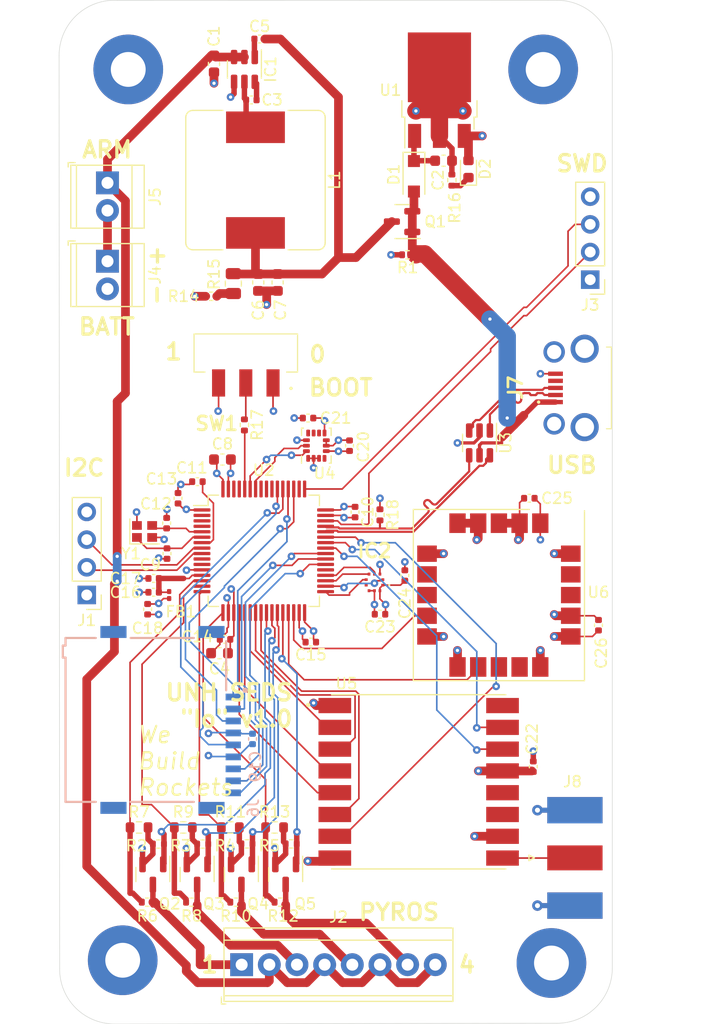
<source format=kicad_pcb>
(kicad_pcb (version 20211014) (generator pcbnew)
  (layers (0 "F.Cu" signal) (1 "In1.Cu" power "GND") (2 "In2.Cu" power "3.3V") (31 "B.Cu" signal) (34 "B.Paste" user) (35 "F.Paste" user) (36 "B.SilkS" user "B.Silkscreen") (37 "F.SilkS" user "F.Silkscreen") (38 "B.Mask" user) (39 "F.Mask" user) (44 "Edge.Cuts" user))
  (net 0 "")
  (net 1 "ARM")
  (net 2 "GND")
  (net 3 "/LDO_D")
  (net 4 "/5V_C")
  (net 5 "/5V_I")
  (net 6 "+3.3V")
  (net 7 "+5V")
  (net 8 "/HSE_OUT")
  (net 9 "/NRST")
  (net 10 "/HSE_IN")
  (net 11 "VDDA")
  (net 12 "VBUS")
  (net 13 "/LDO_LED")
  (net 14 "SPI2_SCK")
  (net 15 "SPI2_MOSI")
  (net 16 "SPI2_MISO")
  (net 17 "SPI2_NSS")
  (net 19 "I2C3_SDA")
  (net 20 "I2C3_SCL")
  (net 21 "PYRO1_SW")
  (net 22 "PYRO2_SW")
  (net 23 "PYRO3_SW")
  (net 24 "PYRO4_SW")
  (net 25 "SWDIO")
  (net 26 "SWCLK")
  (net 27 "BATT")
  (net 28 "/USB_D-")
  (net 29 "/USB_D+")
  (net 31 "PYRO1")
  (net 32 "PYRO2")
  (net 33 "PYRO3")
  (net 34 "PYRO4")
  (net 35 "PYRO1_DET")
  (net 36 "PYRO2_DET")
  (net 37 "PYRO3_DET")
  (net 38 "PYRO4_DET")
  (net 39 "/5V_R")
  (net 40 "/SW_BOOT0")
  (net 41 "/BOOT0")
  (net 42 "USB_ESD_D+")
  (net 48 "SPI1_NSS")
  (net 49 "SPI1_SCK")
  (net 50 "SPI1_MISO")
  (net 51 "SPI1_MOSI")
  (net 52 "RF_RESET")
  (net 53 "I2C2_SCL")
  (net 54 "I2C2_SDA")
  (net 56 "SDMMC_DET")
  (net 57 "SDMMC_D0")
  (net 58 "SDMMC_D1")
  (net 59 "RF_DIO0")
  (net 60 "RF_DIO1")
  (net 61 "RF_DIO5")
  (net 62 "USB_ESD_D-")
  (net 64 "SDMMC_D2")
  (net 65 "SDMMC_D3")
  (net 66 "SDMMC_CLK")
  (net 67 "SDMMC_CMD")
  (net 71 "I2C1_SCL")
  (net 72 "I2C1_SDA")
  (net 79 "/RF_ANT")
  (net 89 "Net-(C5-Pad1)")
  (footprint "Capacitor_SMD:C_0402_1005Metric" (layer "F.Cu") (at 170.544 128.778 90)
    (fp_text reference "C22")
    (fp_text value "100n")
  )
  (footprint "Io_Footprints:LSSM1240PVTR" (layer "F.Cu") (at 144.145 90.805 180)
    (fp_text reference "SW1")
    (fp_text value "LSSM12-40-P-V-T/R" hide)
  )
  (footprint "Crystal:Crystal_SMD_2016-4Pin_2.0x1.6mm" (layer "F.Cu") (at 134.846 107.188)
    (fp_text reference "Y1")
    (fp_text value "ECS-400-10-37B2-CKM-TR")
  )
  (footprint "MountingHole:MountingHole_3.2mm_M3_Pad" (layer "F.Cu") (at 172.212 146.812)
    (fp_text reference "H3" hide)
    (fp_text value "MountingHole_3.2mm_M3_Pad")
  )
  (footprint "Capacitor_SMD:C_0402_1005Metric" (layer "F.Cu") (at 135.684 112.772 180)
    (fp_text reference "C16")
    (fp_text value "10n")
  )
  (footprint "Resistor_SMD:R_0402_1005Metric" (layer "F.Cu") (at 147.297 141.224 180)
    (fp_text reference "R12")
    (fp_text value "30.1k")
  )
  (footprint "TerminalBlock_TE-Connectivity:TerminalBlock_TE_282834-8_1x08_P2.54mm_Horizontal" (layer "F.Cu") (at 143.764 146.9635)
    (fp_text reference "J2")
    (fp_text value "TB002-500-08BE")
  )
  (footprint "Capacitor_SMD:C_0402_1005Metric" (layer "F.Cu") (at 137.922 104.14 90)
    (fp_text reference "C13")
    (fp_text value "100n")
  )
  (footprint "Connector_PinHeader_2.54mm:PinHeader_1x04_P2.54mm_Vertical" (layer "F.Cu") (at 129.54 113.02 180)
    (fp_text reference "J1")
    (fp_text value "PH1-04-UA")
  )
  (footprint "Capacitor_SMD:C_0603_1608Metric" (layer "F.Cu") (at 147.066 84.328 -90)
    (fp_text reference "C7")
    (fp_text value "22u")
  )
  (footprint "Connector_PinHeader_2.54mm:PinHeader_1x04_P2.54mm_Vertical" (layer "F.Cu") (at 175.768 84.074 180)
    (fp_text reference "J3")
    (fp_text value "PH1-04-UA")
  )
  (footprint "RF_GPS:ublox_SAM-M8Q" (layer "F.Cu") (at 167.386 113.03 -90)
    (fp_text reference "U6")
    (fp_text value "SAM-M8Q-0-10")
  )
  (footprint "Package_LGA:LGA-14_3x2.5mm_P0.5mm_LayoutBorder3x4y" (layer "F.Cu") (at 150.622 99.314 90)
    (fp_text reference "U4")
    (fp_text value "LSM6DSO32TR")
  )
  (footprint "Resistor_SMD:R_0603_1608Metric" (layer "F.Cu") (at 142.725 134.366)
    (fp_text reference "R11")
    (fp_text value "60k")
  )
  (footprint "Capacitor_SMD:C_0402_1005Metric" (layer "F.Cu") (at 150.114 117.348 180)
    (fp_text reference "C15")
    (fp_text value "100n")
  )
  (footprint "Capacitor_SMD:C_0603_1608Metric" (layer "F.Cu") (at 141.224 64.262 -90)
    (fp_text reference "C1")
    (fp_text value "10u")
  )
  (footprint "Resistor_SMD:R_0402_1005Metric" (layer "F.Cu") (at 163.068 74.93 90)
    (fp_text reference "R16")
    (fp_text value "1.5k")
  )
  (footprint "Inductor_SMD:L_Bourns_SRR1260" (layer "F.Cu") (at 145.034 74.93 -90)
    (fp_text reference "L1")
    (fp_text value "6.8uH")
  )
  (footprint "Capacitor_SMD:C_0402_1005Metric" (layer "F.Cu") (at 176.53 115.796 -90)
    (fp_text reference "C26")
    (fp_text value "100n")
  )
  (footprint "Resistor_SMD:R_0402_1005Metric" (layer "F.Cu") (at 159.004 81.788 180)
    (fp_text reference "R1")
    (fp_text value "30.1k")
  )
  (footprint "Package_TO_SOT_SMD:SOT-23" (layer "F.Cu") (at 143.741 138.684 -90)
    (fp_text reference "Q4")
    (fp_text value "DMG2302U")
  )
  (footprint "Capacitor_SMD:C_0402_1005Metric" (layer "F.Cu") (at 144.653 67.568)
    (fp_text reference "C3")
    (fp_text value "100n")
  )
  (footprint "Diode_SMD:D_SOD-123F" (layer "F.Cu") (at 159.585 74.58 -90)
    (fp_text reference "D1")
    (fp_text value "MBR1020VL")
  )
  (footprint "Package_TO_SOT_SMD:TSOT-23-6" (layer "F.Cu") (at 144.018 64.77 -90)
    (fp_text reference "IC1")
    (fp_text value "AP63300WU-7")
  )
  (footprint "Capacitor_SMD:C_0603_1608Metric" (layer "F.Cu") (at 162.306 73.152)
    (fp_text reference "C2")
    (fp_text value "10u")
  )
  (footprint "Resistor_SMD:R_0603_1608Metric" (layer "F.Cu") (at 146.789 134.366)
    (fp_text reference "R13")
    (fp_text value "60k")
  )
  (footprint "Package_TO_SOT_SMD:TO-252-3_TabPin2" (layer "F.Cu") (at 161.925 66.675 90)
    (fp_text reference "U1")
    (fp_text value "LD39150DT33")
  )
  (footprint "Package_TO_SOT_SMD:SOT-23" (layer "F.Cu") (at 135.613 138.684 -90)
    (fp_text reference "Q2")
    (fp_text value "DMG2302U")
  )
  (footprint "Io_Footprints:BMP390" (layer "F.Cu") (at 155.96 111.867 -90)
    (fp_text reference "IC2")
    (fp_text value "BMP390" hide)
  )
  (footprint "Package_TO_SOT_SMD:SOT-23-6" (layer "F.Cu") (at 165.608 99.06 -90)
    (fp_text reference "U3")
    (fp_text value "USBLC6-2SC6")
  )
  (footprint "Resistor_SMD:R_0603_1608Metric" (layer "F.Cu") (at 134.343 134.366)
    (fp_text reference "R7")
    (fp_text value "60k")
  )
  (footprint "Capacitor_SMD:C_0402_1005Metric" (layer "F.Cu") (at 145.415 61.976)
    (fp_text reference "C5")
    (fp_text value "47p")
  )
  (footprint "Resistor_SMD:R_0402_1005Metric" (layer "F.Cu") (at 156.464 105.664 -90)
    (fp_text reference "R18")
    (fp_text value "1.5k")
  )
  (footprint "Inductor_SMD:L_0201_0603Metric" (layer "F.Cu") (at 137.104 113.026 -90)
    (fp_text reference "FB1")
    (fp_text value "120R")
  )
  (footprint "Capacitor_SMD:C_0603_1608Metric" (layer "F.Cu") (at 141.999 100.584)
    (fp_text reference "C8")
    (fp_text value "10u")
  )
  (footprint "Capacitor_SMD:C_0402_1005Metric" (layer "F.Cu") (at 142.24 117.094 180)
    (fp_text reference "C14")
    (fp_text value "100n")
  )
  (footprint "Capacitor_SMD:C_0603_1608Metric" (layer "F.Cu") (at 145.288 84.328 -90)
    (fp_text reference "C6")
    (fp_text value "22u")
  )
  (footprint "Resistor_SMD:R_0805_2012Metric" (layer "F.Cu") (at 143.002 84.4315 90)
    (fp_text reference "R15")
    (fp_text value "158k")
  )
  (footprint "Package_TO_SOT_SMD:SOT-23" (layer "F.Cu") (at 158.496 78.74 180)
    (fp_text reference "Q1")
    (fp_text value "DMG2301L")
  )
  (footprint "TerminalBlock_TE-Connectivity:TerminalBlock_TE_282834-2_1x02_P2.54mm_Horizontal" (layer "F.Cu") (at 131.445 75.184 -90)
    (fp_text reference "J5")
    (fp_text value "TB002-500-02BE")
  )
  (footprint "Resistor_SMD:R_0402_1005Metric" (layer "F.Cu") (at 139.169 141.224 180)
    (fp_text reference "R8")
    (fp_text value "30.1k")
  )
  (footprint "Resistor_SMD:R_0402_1005Metric" (layer "F.Cu") (at 140.97 85.598)
    (fp_text reference "R14")
    (fp_text value "30.1k")
  )
  (footprint "Package_QFP:LQFP-64_10x10mm_P0.5mm" (layer "F.Cu") (at 145.796 108.966)
    (fp_text reference "U2")
    (fp_text value "STM32L486RGT7")
  )
  (footprint "TerminalBlock_TE-Connectivity:TerminalBlock_TE_282834-2_1x02_P2.54mm_Horizontal" (layer "F.Cu") (at 131.445 82.38 -90)
    (fp_text reference "J4")
    (fp_text value "TB002-500-02BE")
  )
  (footprint "Resistor_SMD:R_0402_1005Metric" (layer "F.Cu") (at 143.233 141.224 180)
    (fp_text reference "R10")
    (fp_text value "30.1k")
  )
  (footprint "Io_Footprints:KMMXBSMT35SB30TR" (layer "F.Cu") (at 175.26 94.01 90)
    (fp_text reference "J7")
    (fp_text value "KMMX-BSMT35S-B30TR" hide)
  )
  (footprint "Capacitor_SMD:C_0402_1005Metric" (layer "F.Cu") (at 136.878 106.426 90)
    (fp_text reference "C12")
    (fp_text value "10p")
  )
  (footprint "Resistor_SMD:R_0603_1608Metric" (layer "F.Cu") (at 138.407 134.366)
    (fp_text reference "R9")
    (fp_text value "60k")
  )
  (footprint "Resistor_SMD:R_0402_1005Metric" (layer "F.Cu") (at 136.121 135.89 180)
    (fp_text reference "R2")
    (fp_text value "30.1k")
  )
  (footprint "MountingHole:MountingHole_3.2mm_M3_Pad" (layer "F.Cu") (at 132.842 146.558)
    (fp_text reference "H4" hide)
    (fp_text value "MountingHole_3.2mm_M3_Pad")
  )
  (footprint "MountingHole:MountingHole_3.2mm_M3_Pad" (layer "F.Cu") (at 133.35 64.77)
    (fp_text reference "H1" hide)
    (fp_text value "MountingHole_3.2mm_M3_Pad")
  )
  (footprint "Capacitor_SMD:C_0402_1005Metric" (layer "F.Cu") (at 154.178 105.41 -90)
    (fp_text reference "C10")
    (fp_text value "100n")
  )
  (footprint "Package_TO_SOT_SMD:SOT-23" (layer "F.Cu") (at 147.805 138.684 -90)
    (fp_text reference "Q5")
    (fp_text value "DMG2302U")
  )
  (footprint "Capacitor_SMD:C_0402_1005Metric" (layer "F.Cu") (at 170.18 104.14)
    (fp_text reference "C25")
    (fp_text value "100n")
  )
  (footprint "Resistor_SMD:R_0402_1005Metric" (layer "F.Cu") (at 140.185 135.89 180)
    (fp_text reference "R3")
    (fp_text value "30.1k")
  )
  (footprint "Capacitor_SMD:C_0402_1005Metric" (layer "F.Cu") (at 153.67 99.314 90)
    (fp_text reference "C20")
    (fp_text value "100n")
  )
  (footprint "Capacitor_SMD:C_0402_1005Metric" (layer "F.Cu") (at 135.684 111.502 180)
    (fp_text reference "C17")
    (fp_text value "1u")
  )
  (footprint "Resistor_SMD:R_0402_1005Metric" (layer "F.Cu") (at 144.018 97.409 -90)
    (fp_text reference "R17")
    (fp_text value "10k")
  )
  (footprint "Connector_Coaxial:SMA_Molex_73251-1153_EdgeMount_Horizontal" (layer "F.Cu") (at 172.645 137.16 180)
    (fp_text reference "J8")
    (fp_text value "0732511151")
  )
  (footprint "Resistor_SMD:R_0402_1005Metric" (layer "F.Cu") (at 148.313 135.874 180)
    (fp_text reference "R5")
    (fp_text value "30.1k")
  )
  (footprint "Package_TO_SOT_SMD:SOT-23" (layer "F.Cu") (at 139.677 138.684 -90)
    (fp_text reference "Q3")
    (fp_text value "DMG2302U")
  )
  (footprint "Capacitor_SMD:C_0603_1608Metric" (layer "F.Cu") (at 141.732 118.364 180)
    (fp_text reference "C4")
    (fp_text value "10u")
  )
  (footprint "MountingHole:MountingHole_3.2mm_M3_Pad" (layer "F.Cu") (at 171.45 64.77)
    (fp_text reference "H2" hide)
    (fp_text value "MountingHole_3.2mm_M3_Pad")
  )
  (footprint "Capacitor_SMD:C_0402_1005Metric" (layer "F.Cu") (at 156.468 114.788 180)
    (fp_text reference "C23")
    (fp_text value "100n")
  )
  (footprint "Resistor_SMD:R_0402_1005Metric" (layer "F.Cu") (at 144.249 135.874 180)
    (fp_text reference "R4")
    (fp_text value "30.1k")
  )
  (footprint "Capacitor_SMD:C_0402_1005Metric" (layer "F.Cu") (at 139.7 102.616 180)
    (fp_text reference "C11")
    (fp_text value "100n")
  )
  (footprint "Capacitor_SMD:C_0402_1005Metric" (layer "F.Cu") (at 136.91 109.22 -90)
    (fp_text reference "C9")
    (fp_text value "10p")
  )
  (footprint "Resistor_SMD:R_0402_1005Metric" (layer "F.Cu") (at 135.105 141.224 180)
    (fp_text reference "R6")
    (fp_text value "30.1k")
  )
  (footprint "LED_SMD:LED_0603_1608Metric" (layer "F.Cu") (at 164.592 73.914 90)
    (fp_text reference "D2")
    (fp_text value "LTST-C190KRKT")
  )
  (footprint "Capacitor_SMD:C_0402_1005Metric" (layer "F.Cu") (at 149.86 96.778 180)
    (fp_text reference "C21")
    (fp_text value "100n")
  )
  (footprint "Capacitor_SMD:C_0402_1005Metric" (layer "F.Cu") (at 158.75 111.232 90)
    (fp_text reference "C24")
    (fp_text value "100n")
  )
  (footprint "Capacitor_SMD:C_0402_1005Metric" (layer "F.Cu") (at 135.128 114.328 -90)
    (fp_text reference "C18")
    (fp_text value "1u")
  )
  (footprint "Io_Footprints:RFM95W-915S2" (layer "F.Cu") (at 160.02 130.175)
    (fp_text reference "U5")
    (fp_text value "RFM95W-915S2")
  )
  (footprint "Capacitor_SMD:C_0402_1005Metric" (layer "B.Cu") (at 144.764 126.238 -90)
    (fp_text reference "C19")
    (fp_text value "100n")
  )
  (footprint "Io_Footprints:MEM2075-00-140-01-A" (layer "B.Cu") (at 131.572 124.968 90)
    (fp_text reference "J6")
    (fp_text value "MEM2075-00-140-01-A")
  )
  (gr_arc (start 172.72 58.42) (mid 176.312102 59.907898) (end 177.8 63.5) (layer "Edge.Cuts") (width 0.05))
  (gr_line (start 132.346999 58.427021) (end 172.72 58.42) (layer "Edge.Cuts") (width 0.05))
  (gr_line (start 177.8 63.5) (end 177.799999 147.32) (layer "Edge.Cuts") (width 0.05))
  (gr_line (start 172.719498 152.339446) (end 132.08 152.399999) (layer "Edge.Cuts") (width 0.05))
  (gr_line (start 127.052995 147.326686) (end 127 63.5) (layer "Edge.Cuts") (width 0.05))
  (gr_arc (start 127 63.5) (mid 128.58357 59.814708) (end 132.346999 58.427021) (layer "Edge.Cuts") (width 0.05))
  (gr_arc (start 177.799999 147.32) (mid 176.294239 150.876796) (end 172.719498 152.339446) (layer "Edge.Cuts") (width 0.05))
  (gr_arc (start 132.08 152.399999) (mid 128.504868 150.915282) (end 127.052995 147.326686) (layer "Edge.Cuts") (width 0.05))
  (gr_text "1" (at 141.732 146.9635) (layer "F.SilkS") (effects (font (size 1.5 1.5) (thickness 0.3)) (justify right)))
  (gr_text "ARM\n" (at 133.858 72.136) (layer "F.SilkS") (effects (font (size 1.5 1.5) (thickness 0.3)) (justify right)))
  (gr_text "1" (at 138.43 90.678) (layer "F.SilkS") (effects (font (size 1.5 1.5) (thickness 0.3)) (justify right)))
  (gr_text "USB" (at 176.53 101.092) (layer "F.SilkS") (effects (font (size 1.5 1.5) (thickness 0.3)) (justify right)))
  (gr_text "We\nBuild\nRockets" (at 134.112 128.27) (layer "F.SilkS") (effects (font (size 1.5 1.5) (thickness 0.2) italic) (justify left)))
  (gr_text "0" (at 151.638 90.932) (layer "F.SilkS") (effects (font (size 1.5 1.5) (thickness 0.3)) (justify right)))
  (gr_text "-" (at 135.89 84.328 90) (layer "F.SilkS") (effects (font (size 1.5 1.5) (thickness 0.3)) (justify right)))
  (gr_text "PYROS" (at 162.052 142.1375) (layer "F.SilkS") (effects (font (size 1.5 1.5) (thickness 0.3)) (justify right)))
  (gr_text "BOOT" (at 155.956 93.98) (layer "F.SilkS") (effects (font (size 1.5 1.5) (thickness 0.3)) (justify right)))
  (gr_text "UNH SEDS\n{dblquote}Io{dblquote} v1.0\n" (at 148.59 123.19) (layer "F.SilkS") (effects (font (size 1.5 1.5) (thickness 0.3)) (justify right)))
  (gr_text "+" (at 137.16 81.788) (layer "F.SilkS") (effects (font (size 1.5 1.5) (thickness 0.3)) (justify right)))
  (gr_text "4" (at 165.354 146.9635) (layer "F.SilkS") (effects (font (size 1.5 1.5) (thickness 0.3)) (justify right)))
  (gr_text "SWD" (at 177.546 73.406) (layer "F.SilkS") (effects (font (size 1.5 1.5) (thickness 0.3)) (justify right)))
  (gr_text "I2C" (at 131.318 101.346) (layer "F.SilkS") (effects (font (size 1.5 1.5) (thickness 0.3)) (justify right)))
  (gr_text "BATT" (at 134.112 88.392) (layer "F.SilkS") (effects (font (size 1.5 1.5) (thickness 0.3)) (justify right)))
  (segment (start 154.814 148.6135) (end 156.464 146.9635) (width 0.8) (layer "F.Cu") (net 1))
  (segment (start 159.894 148.6135) (end 161.544 146.9635) (width 0.8) (layer "F.Cu") (net 1))
  (segment (start 133.095 76.834) (end 131.445 75.184) (width 0.8) (layer "F.Cu") (net 1))
  (segment (start 149.734 148.6135) (end 151.384 146.9635) (width 0.8) (layer "F.Cu") (net 1))
  (segment (start 153.034 148.6135) (end 154.814 148.6135) (width 0.8) (layer "F.Cu") (net 1))
  (segment (start 151.384 146.9635) (end 153.034 148.6135) (width 0.8) (layer "F.Cu") (net 1))
  (segment (start 143.068 63.6325) (end 141.3695 63.6325) (width 0.8) (layer "F.Cu") (net 1))
  (segment (start 138.684 147.574) (end 138.684 147.025988) (width 0.8) (layer "F.Cu") (net 1))
  (segment (start 138.684 147.574) (end 139.7235 148.6135) (width 0.8) (layer "F.Cu") (net 1))
  (segment (start 129.54 120.759001) (end 129.54 137.922) (width 0.8) (layer "F.Cu") (net 1))
  (segment (start 146.138924 148.6135) (end 146.304 148.448424) (width 0.8) (layer "F.Cu") (net 1))
  (segment (start 144.018 63.6325) (end 143.068 63.6325) (width 0.8) (layer "F.Cu") (net 1))
  (segment (start 146.304 148.448424) (end 146.304 146.9635) (width 0.8) (layer "F.Cu") (net 1))
  (segment (start 158.114 148.6135) (end 159.894 148.6135) (width 0.8) (layer "F.Cu") (net 1))
  (segment (start 140.983 63.487) (end 131.445 73.025) (width 0.8) (layer "F.Cu") (net 1))
  (segment (start 132.334 109.474) (end 132.334 95.25) (width 0.8) (layer "F.Cu") (net 1))
  (segment (start 132.08 112.014) (end 132.08 118.219001) (width 0.8) (layer "F.Cu") (net 1))
  (segment (start 141.224 63.487) (end 140.983 63.487) (width 0.8) (layer "F.Cu") (net 1))
  (segment (start 156.464 146.9635) (end 158.114 148.6135) (width 0.8) (layer "F.Cu") (net 1))
  (segment (start 139.7235 148.6135) (end 146.138924 148.6135) (width 0.8) (layer "F.Cu") (net 1))
  (segment (start 131.445 73.025) (end 131.445 75.184) (width 0.8) (layer "F.Cu") (net 1))
  (segment (start 134.112 142.494) (end 129.54 137.922) (width 0.8) (layer "F.Cu") (net 1))
  (segment (start 138.684 147.025988) (end 134.152012 142.494) (width 0.8) (layer "F.Cu") (net 1))
  (segment (start 146.304 146.9635) (end 147.954 148.6135) (width 0.8) (layer "F.Cu") (net 1))
  (segment (start 147.954 148.6135) (end 149.734 148.6135) (width 0.8) (layer "F.Cu") (net 1))
  (segment (start 132.334 111.76) (end 132.08 112.014) (width 0.8) (layer "F.Cu") (net 1))
  (segment (start 133.095 94.489) (end 133.095 76.834) (width 0.8) (layer "F.Cu") (net 1))
  (segment (start 132.334 95.25) (end 133.095 94.489) (width 0.8) (layer "F.Cu") (net 1))
  (segment (start 141.3695 63.6325) (end 141.224 63.487) (width 0.8) (layer "F.Cu") (net 1))
  (segment (start 132.08 118.219001) (end 129.54 120.759001) (width 0.8) (layer "F.Cu") (net 1))
  (segment (start 134.152012 142.494) (end 134.112 142.494) (width 0.8) (layer "F.Cu") (net 1))
  (via (at 132.334 111.76) (size 0.7) (drill 0.3) (layers "F.Cu" "B.Cu") (net 1))
  (via (at 132.334 109.474) (size 0.7) (drill 0.3) (layers "F.Cu" "B.Cu") (net 1))
  (segment (start 132.334 111.76) (end 132.334 109.474) (width 0.8) (layer "B.Cu") (net 1))
  (segment (start 134.663 137.7465) (end 134.663 136.3385) (width 0.5) (layer "F.Cu") (net 2))
  (segment (start 142.791 136.3385) (end 142.748 136.2955) (width 0.5) (layer "F.Cu") (net 2))
  (segment (start 140.46 85.598) (end 139.446 85.598) (width 0.8) (layer "F.Cu") (net 2))
  (segment (start 139.232 134.366) (end 139.232 135.447) (width 0.5) (layer "F.Cu") (net 2))
  (segment (start 152.96 105.716) (end 153.162 105.918) (width 0.15) (layer "F.Cu") (net 2))
  (segment (start 149.872 100.4765) (end 150.372 100.4765) (width 0.15) (layer "F.Cu") (net 2))
  (segment (start 162.296 109.23) (end 162.306 109.22) (width 0.8) (layer "F.Cu") (net 2))
  (segment (start 141.76 117.094) (end 141.76 117.561) (width 0.15) (layer "F.Cu") (net 2))
  (segment (start 171.186 119.63) (end 171.186 118.12) (width 0.8) (layer "F.Cu") (net 2))
  (segment (start 161.925 64.575) (end 161.925 68.453) (width 1.6) (layer "F.Cu") (net 2))
  (segment (start 150.372 100.4765) (end 150.372 101.342) (width 0.15) (layer "F.Cu") (net 2))
  (segment (start 160.786 116.83) (end 162.296 116.83) (width 0.8) (layer "F.Cu") (net 2))
  (segment (start 170.66 104.14) (end 171.186 104.666) (width 0.15) (layer "F.Cu") (net 2))
  (segment (start 142.748 101.854) (end 142.748 100.61) (width 0.15) (layer "F.Cu") (net 2))
  (segment (start 149.85 137.46975) (end 149.835 137.45475) (width 0.8) (layer "F.Cu") (net 2))
  (segment (start 141.76 117.561) (end 140.957 118.364) (width 0.15) (layer "F.Cu") (net 2))
  (segment (start 151.5345 98.814) (end 151.5345 99.314) (width 0.15) (layer "F.Cu") (net 2))
  (segment (start 156.46 111.105) (end 156.46 110.605) (width 0.15) (layer "F.Cu") (net 2))
  (segment (start 149.046 116.026) (end 149.352 116.332) (width 0.15) (layer "F.Cu") (net 2))
  (segment (start 171.186 118.12) (end 171.196 118.11) (width 0.8) (layer "F.Cu") (net 2))
  (segment (start 163.957 68.453) (end 164.084 68.58) (width 1.6) (layer "F.Cu") (net 2))
  (segment (start 146.063 85.103) (end 146.063 86.347) (width 0.8) (layer "F.Cu") (net 2))
  (segment (start 150.368 122.936) (end 150.607 123.175) (width 0.8) (layer "F.Cu") (net 2))
  (segment (start 138.727 136.3385) (end 138.684 136.2955) (width 0.5) (layer "F.Cu") (net 2))
  (segment (start 134.146 106.638) (end 134.146 105.444) (width 0.15) (layer "F.Cu") (net 2))
  (segment (start 153.162 105.918) (end 154.15 105.918) (width 0.15) (layer "F.Cu") (net 2))
  (segment (start 165.147 135.175) (end 167.72 135.175) (width 0.8) (layer "F.Cu") (net 2))
  (segment (start 141.224 65.037) (end 141.224 66.04) (width 0.8) (layer "F.Cu") (net 2))
  (segment (start 163.586 118.12) (end 163.576 118.11) (width 0.8) (layer "F.Cu") (net 2))
  (segment (start 138.727 137.7465) (end 138.727 136.3385) (width 0.5) (layer "F.Cu") (net 2))
  (segment (start 135.168 134.366) (end 135.168 135.447) (width 0.5) (layer "F.Cu") (net 2))
  (segment (start 142.4215 116.4325) (end 141.76 117.094) (width 0.15) (layer "F.Cu") (net 2))
  (segment (start 163.586 106.43) (end 165.486 106.43) (width 0.8) (layer "F.Cu") (net 2))
  (segment (start 142.546 114.641) (end 142.546 113.4085) (width 0.15) (layer "F.Cu") (net 2))
  (segment (start 165.486 107.818) (end 165.354 107.95) (width 0.8) (layer "F.Cu") (net 2))
  (segment (start 137.922 103.124) (end 138.176 102.87) (width 0.15) (layer "F.Cu") (net 2))
  (segment (start 165.608 97.9225) (end 165.608 98.552) (width 0.3) (layer "F.Cu") (net 2))
  (segment (start 142.4215 116.078) (end 142.546 115.9535) (width 0.15) (layer "F.Cu") (net 2))
  (segment (start 142.4215 116.078) (end 142.4215 116.4325) (width 0.15) (layer "F.Cu") (net 2))
  (segment (start 146.645 93.555) (end 146.645 96.099) (width 0.15) (layer "F.Cu") (net 2))
  (segment (start 146.063 86.347) (end 146.05 86.36) (width 0.8) (layer "F.Cu") (net 2))
  (segment (start 146.063 85.103) (end 147.066 85.103) (width 0.8) (layer "F.Cu") (net 2))
  (segment (start 176.53 116.276) (end 175.976 116.83) (width 0.15) (layer "F.Cu") (net 2))
  (segment (start 138.966 102.87) (end 139.22 102.616) (width 0.15) (layer "F.Cu") (net 2))
  (segment (start 143.55 134.366) (end 143.55 135.685) (width 0.5) (layer "F.Cu") (net 2))
  (segment (start 142.546 115.9535) (end 142.546 114.641) (width 0.15) (layer "F.Cu") (net 2))
  (segment (start 165.1 99.06) (end 163.576 99.06) (width 0.3) (layer "F.Cu") (net 2))
  (segment (start 135.204 112.772) (end 134.37 112.772) (width 0.15) (layer "F.Cu") (net 2))
  (segment (start 175.976 116.83) (end 173.986 116.83) (width 0.15) (layer "F.Cu") (net 2))
  (segment (start 138.176 102.87) (end 138.966 102.87) (width 0.15) (layer "F.Cu") (net 2))
  (segment (start 147.614 135.685) (end 147.803 135.874) (width 0.5) (layer "F.Cu") (net 2))
  (segment (start 152.146 99.314) (end 152.654 98.806) (width 0.15) (layer "F.Cu") (net 2))
  (segment (start 160.786 109.23) (end 162.296 109.23) (width 0.8) (layer "F.Cu") (net 2))
  (segment (start 163.081 72.031) (end 161.925 70.875) (width 0.5) (layer "F.Cu") (net 2))
  (segment (start 163.068 73.165) (end 163.081 73.152) (width 0.5) (layer "F.Cu") (net 2))
  (segment (start 136.91 109.7) (end 136.2135 109.7) (width 0.15) (layer "F.Cu") (net 2))
  (segment (start 158.494 81.788) (end 157.48 81.788) (width 0.5) (layer "F.Cu") (net 2))
  (segment (start 161.925 68.453) (end 161.925 70.875) (width 1.6) (layer "F.Cu") (net 2))
  (segment (start 142.546 102.056) (end 142.748 101.854) (width 0.15) (layer "F.Cu") (net 2))
  (segment (start 134.37 111.502) (end 134.366 111.506) (width 0.15) (layer "F.Cu") (net 2))
  (segment (start 149.38 96.778) (end 148.594 96.778) (width 0.15) (layer "F.Cu") (net 2))
  (segment (start 152.295 137.46975) (end 149.85 137.46975) (width 0.8) (layer "F.Cu") (net 2))
  (segment (start 161.925 68.453) (end 159.893 68.453) (width 1.6) (layer "F.Cu") (net 2))
  (segment (start 152.654 98.806) (end 153.642 98.806) (width 0.15) (layer "F.Cu") (net 2))
  (segment (start 173.986 116.83) (end 172.476 116.83) (width 0.8) (layer "F.Cu") (net 2))
  (segment (start 173.986 109.23) (end 172.476 109.23) (width 0.8) (layer "F.Cu") (net 2))
  (segment (start 136.468764 107.738) (end 136.647496 107.916732) (width 0.15) (layer "F.Cu") (net 2))
  (segment (start 150.372 101.342) (end 150.368 101.346) (width 0.15) (layer "F.Cu") (net 2))
  (segment (start 163.068 74.42) (end 163.068 73.165) (width 0.5) (layer "F.Cu") (net 2))
  (segment (start 161.925 68.453) (end 163.957 68.453) (width 1.6) (layer "F.Cu") (net 2))
  (segment (start 134.146 105.444) (end 134.112 105.41) (width 0.15) (layer "F.Cu") (net 2))
  (segment (start 136.2135 109.7) (end 136.144 109.6305) (width 0.15) (layer "F.Cu") (net 2))
  (segment (start 135.128 114.808) (end 136.144 114.808) (width 0.15) (layer "F.Cu") (net 2))
  (segment (start 163.586 119.63) (end 163.586 118.12) (width 0.8) (layer "F.Cu") (net 2))
  (segment (start 148.594 96.778) (end 148.59 96.774) (width 0.15) (layer "F.Cu") (net 2))
  (segment (start 139.232 135.447) (end 139.675 135.89) (width 0.5) (layer "F.Cu") (net 2))
  (segment (start 142.546 113.4085) (end 142.4215 113.284) (width 0.15) (layer "F.Cu") (net 2))
  (segment (start 143.068 65.9075) (end 143.068 66.99) (width 0.5) (layer "F.Cu") (net 2))
  (segment (start 171.196 92.71) (end 172.585 92.71) (width 0.15) (layer "F.Cu") (net 2))
  (segment (start 139.675 135.89) (end 139.675 136.7985) (width 0.5) (layer "F.Cu") (net 2))
  (segment (start 172.476 116.83) (end 172.466 116.84) (width 0.8) (layer "F.Cu") (net 2))
  (segment (start 151.5345 99.314) (end 152.146 99.314) (width 0.15) (layer "F.Cu") (net 2))
  (segment (start 146.855 136.3385) (end 146.812 136.2955) (width 0.5) (layer "F.Cu") (net 2))
  (segment (start 134.37 112.772) (end 134.366 112.776) (width 0.15) (layer "F.Cu") (net 2))
  (segment (start 155.46 112.629) (end 155.96 112.629) (width 0.15) (layer "F.Cu") (net 2))
  (segment (start 165.486 106.43) (end 165.486 107.818) (width 0.8) (layer "F.Cu") (net 2))
  (segment (start 149.352 116.332) (end 149.352 117.066) (width 0.15) (layer "F.Cu") (net 2))
  (segment (start 137.922 103.66) (end 137.922 103.124) (width 0.15) (layer "F.Cu") (net 2))
  (segment (start 136.878 105.946) (end 136.878 105.184) (width 0.15) (layer "F.Cu") (net 2))
  (segment (start 163.081 73.152) (end 163.081 72.031) (width 0.5) (layer "F.Cu") (net 2))
  (segment (start 151.471 105.716) (end 152.96 105.716) (width 0.15) (layer "F.Cu") (net 2))
  (segment (start 171.186 107.94) (end 171.196 107.95) (width 0.15) (layer "F.Cu") (net 2))
  (segment (start 165.608 98.552) (end 165.1 99.06) (width 0.3) (layer "F.Cu") (net 2))
  (segment (start 146.855 137.7465) (end 146.855 136.3385) (width 0.5) (layer "F.Cu") (net 2))
  (segment (start 135.611 136.7985) (end 134.663 137.7465) (width 0.5) (layer "F.Cu") (net 2))
  (segment (start 147.803 135.874) (end 147.803 136.7985) (width 0.5) (layer "F.Cu") (net 2))
  (segment (start 140.121 110.716) (end 138.729176 110.716) (width 0.15) (layer "F.Cu") (net 2))
  (segment (start 134.663 136.3385) (end 134.62 136.2955) (width 0.5) (layer "F.Cu") (net 2))
  (segment (start 139.675 136.7985) (end 138.727 137.7465) (width 0.5) (layer "F.Cu") (net 2))
  (segment (start 162.296 116.83) (end 162.306 116.84) (width 0.8) (layer "F.Cu") (net 2))
  (segment (start 149.352 117.066) (end 149.634 117.348) (width 0.15) (layer "F.Cu") (net 2))
  (segment (start 147.614 134.366) (end 147.614 135.685) (width 0.5) (layer "F.Cu") (net 2))
  (segment (start 142.546 103.291) (end 142.546 102.056) (width 0.15) (layer "F.Cu") (net 2))
  (segment (start 138.729176 110.716) (end 138.697875 110.747301) (width 0.15) (layer "F.Cu") (net 2))
  (segment (start 135.546 107.738) (end 136.468764 107.738) (width 0.15) (layer "F.Cu") (net 2))
  (segment (start 155.96 113.899) (end 155.96 114.76) (width 0.15) (layer "F.Cu") (net 2))
  (segment (start 171.186 106.43) (end 171.186 107.94) (width 0.15) (layer "F.Cu") (net 2))
  (segment (start 156.46 110.224) (end 156.468 110.216) (width 0.15) (layer "F.Cu") (net 2))
  (segment (start 135.204 111.502) (end 134.37 111.502) (width 0.15) (layer "F.Cu") (net 2))
  (segment (start 143.55 135.685) (end 143.739 135.874) (width 0.5) (layer "F.Cu") (net 2))
  (segment (start 136.878 105.184) (end 136.906 105.156) (width 0.15) (layer "F.Cu") (net 2))
  (segment (start 150.872 100.4765) (end 150.372 100.4765) (width 0.15) (layer "F.Cu") (net 2))
  (segment (start 143.068 66.99) (end 142.748 67.31) (width 0.5) (layer "F.Cu") (net 2))
  (segment (start 172.476 109.23) (end 172.466 109.22) (width 0.8) (layer "F.Cu") (net 2))
  (segment (start 158.75 110.752) (end 158.75 109.982) (width 0.15) (layer "F.Cu") (net 2))
  (segment (start 143.739 135.874) (end 143.739 136.7985) (width 0.5) (layer "F.Cu") (net 2))
  (segment (start 171.186 104.666) (end 171.186 106.43) (width 0.15) (layer "F.Cu") (net 2))
  (segment (start 149.046 114.641) (end 149.046 116.026) (width 0.15) (layer "F.Cu") (net 2))
  (segment (start 143.739 136.7985) (end 142.791 137.7465) (width 0.5) (layer "F.Cu") (net 2))
  (segment (start 155.96 112.629) (end 155.96 113.899) (width 0.15) (layer "F.Cu") (net 2))
  (segment (start 150.607 123.175) (end 152.32 123.175) (width 0.8) (layer "F.Cu") (net 2))
  (segment (start 147.803 136.7985) (end 146.855 137.7465) (width 0.5) (layer "F.Cu") (net 2))
  (segment (start 135.611 135.89) (end 135.611 136.7985) (width 0.5) (layer "F.Cu") (net 2))
  (segment (start 159.893 68.453) (end 159.766 68.58) (width 1.6) (layer "F.Cu") (net 2))
  (segment (start 156.46 110.605) (end 156.46 110.224) (width 0.15) (layer "F.Cu") (net 2))
  (segment (start 142.791 137.7465) (end 142.791 136.3385) (width 0.5) (layer "F.Cu") (net 2))
  (segment (start 146.645 96.099) (end 146.685 96.139) (width 0.15) (layer "F.Cu") (net 2))
  (segment (start 145.288 85.103) (end 146.063 85.103) (width 0.8) (layer "F.Cu") (net 2))
  (segment (start 170.544 127.364) (end 170.544 128.298) (width 0.5) (layer "F.Cu") (net 2))
  (segment (start 135.168 135.447) (end 135.611 135.89) (width 0.5) (layer "F.Cu") (net 2))
  (via (at 148.59 96.774) (size 0.7) (drill 0.3) (layers "F.Cu" "B.Cu") (net 2))
  (via (at 162.306 109.22) (size 0.7) (drill 0.3) (layers "F.Cu" "B.Cu") (net 2))
  (via (at 156.468 110.216) (size 0.7) (drill 0.3) (layers "F.Cu" "B.Cu") (net 2))
  (via (at 134.112 105.41) (size 0.7) (drill 0.3) (layers "F.Cu" "B.Cu") (net 2))
  (via (at 141.224 66.04) (size 0.7) (drill 0.3) (layers "F.Cu" "B.Cu") (net 2))
  (via (at 171.196 107.95) (size 0.7) (drill 0.3) (layers "F.Cu" "B.Cu") (net 2))
  (via (at 140.716 127.762) (size 0.7) (drill 0.3) (layers "F.Cu" "B.Cu") (net 2))
  (via (at 136.144 114.808) (size 0.7) (drill 0.3) (layers "F.Cu" "B.Cu") (net 2))
  (via (at 165.147 135.175) (size 0.7) (drill 0.3) (layers "F.Cu" "B.Cu") (net 2))
  (via (at 146.812 136.2955) (size 0.7) (drill 0.3) (layers "F.Cu" "B.Cu") (net 2))
  (via (at 162.306 116.84) (size 0.7) (drill 0.3) (layers "F.Cu" "B.Cu") (net 2))
  (via (at 165.354 107.95) (size 0.7) (drill 0.3) (layers "F.Cu" "B.Cu") (net 2))
  (via (at 149.835 137.45475) (size 0.7) (drill 0.3) (layers "F.Cu" "B.Cu") (net 2))
  (via (at 136.144 109.6305) (size 0.7) (drill 0.3) (layers "F.Cu" "B.Cu") (net 2))
  (via (at 158.75 109.982) (size 0.7) (drill 0.3) (layers "F.Cu" "B.Cu") (net 2))
  (via (at 138.684 136.2955) (size 0.7) (drill 0.3) (layers "F.Cu" "B.Cu") (net 2))
  (via (at 142.748 136.2955) (size 0.7) (drill 0.3) (layers "F.Cu" "B.Cu") (net 2))
  (via (at 163.576 118.11) (size 0.7) (drill 0.3) (layers "F.Cu" "B.Cu") (net 2))
  (via (at 171.196 92.71) (size 0.7) (drill 0.3) (layers "F.Cu" "B.Cu") (net 2))
  (via (at 172.466 116.84) (size 0.7) (drill 0.3) (layers "F.Cu" "B.Cu") (net 2))
  (via (at 149.352 116.332) (size 0.7) (drill 0.3) (layers "F.Cu" "B.Cu") (net 2))
  (via (at 164.084 68.58) (size 0.7) (drill 0.3) (layers "F.Cu" "B.Cu") (net 2))
  (via (at 142.4215 113.284) (size 0.7) (drill 0.3) (layers "F.Cu" "B.Cu") (net 2))
  (via (at 152.654 98.806) (size 0.7) (drill 0.3) (layers "F.Cu" "B.Cu") (net 2))
  (via (at 134.366 111.506) (size 0.7) (drill 0.3) (layers "F.Cu" "B.Cu") (net 2))
  (via (at 163.576 99.06) (size 0.7) (drill 0.3) (layers "F.Cu" "B.Cu") (net 2))
  (via (at 157.48 81.788) (size 0.7) (drill 0.3) (layers "F.Cu" "B.Cu") (net 2))
  (via (at 134.366 112.776) (size 0.7) (drill 0.3) (layers "F.Cu" "B.Cu") (net 2))
  (via (at 142.748 101.854) (size 0.7) (drill 0.3) (layers "F.Cu" "B.Cu") (net 2))
  (via (at 155.96 113.899) (size 0.7) (drill 0.3) (layers "F.Cu" "B.Cu") (net 2))
  (via (at 139.446 85.598) (size 0.7) (drill 0.3) (layers "F.Cu" "B.Cu") (net 2))
  (via (at 172.466 109.22) (size 0.7) (drill 0.3) (layers "F.Cu" "B.Cu") (net 2))
  (via (at 153.162 105.918) (size 0.7) (drill 0.3) (layers "F.Cu" "B.Cu") (net 2))
  (via (at 136.647496 107.916732) (size 0.7) (drill 0.3) (layers "F.Cu" "B.Cu") (net 2))
  (via (at 138.176 102.87) (size 0.7) (drill 0.3) (layers "F.Cu" "B.Cu") (net 2))
  (via (at 150.368 101.346) (size 0.7) (drill 0.3) (layers "F.Cu" "B.Cu") (net 2))
  (via (at 138.697875 110.747301) (size 0.7) (drill 0.3) (layers "F.Cu" "B.Cu") (net 2))
  (via (at 146.05 86.36) (size 0.7) (drill 0.3) (layers "F.Cu" "B.Cu") (net 2))
  (via (at 134.62 136.2955) (size 0.7) (drill 0.3) (layers "F.Cu" "B.Cu") (net 2))
  (via (at 142.748 67.31) (size 0.7) (drill 0.3) (layers "F.Cu" "B.Cu") (net 2))
  (via (at 170.544 127.364) (size 0.7) (drill 0.3) (layers "F.Cu" "B.Cu") (net 2))
  (via (at 136.906 105.156) (size 0.7) (drill 0.3) (layers "F.Cu" "B.Cu") (net 2))
  (via (at 146.685 96.139) (size 0.7) (drill 0.3) (layers "F.Cu" "B.Cu") (net 2))
  (via (at 159.766 68.58) (size 0.7) (drill 0.3) (layers "F.Cu" "B.Cu") (net 2))
  (via (at 150.368 122.936) (size 0.7) (drill 0.3) (layers "F.Cu" "B.Cu") (net 2))
  (via (at 171.196 118.11) (size 0.7) (drill 0.3) (layers "F.Cu" "B.Cu") (net 2))
  (segment (start 143.417 127.855) (end 144.554 126.718) (width 0.15) (layer "B.Cu") (net 2))
  (segment (start 140.716 127.762) (end 140.809 127.855) (width 0.15) (layer "B.Cu") (net 2))
  (segment (start 140.809 127.855) (end 143.417 127.855) (width 0.15) (layer "B.Cu") (net 2))
  (segment (start 144.554 126.718) (end 144.764 126.718) (width 0.15) (layer "B.Cu") (net 2))
  (segment (start 159.585 73.18) (end 159.585 70.935) (width 0.5) (layer "F.Cu") (net 3))
  (segment (start 161.531 73.152) (end 159.613 73.152) (width 0.5) (layer "F.Cu") (net 3))
  (segment (start 145.133 66.0725) (end 144.968 65.9075) (width 0.5) (layer "F.Cu") (net 4))
  (segment (start 145.133 67.568) (end 145.133 66.0725) (width 0.5) (layer "F.Cu") (net 4))
  (segment (start 144.018 67.413) (end 144.173 67.568) (width 0.5) (layer "F.Cu") (net 5))
  (segment (start 144.173 67.568) (end 144.173 69.219) (width 0.5) (layer "F.Cu") (net 5))
  (segment (start 144.018 65.9075) (end 144.018 67.413) (width 0.5) (layer "F.Cu") (net 5))
  (segment (start 152.848 105.216) (end 153.162 104.902) (width 0.15) (layer "F.Cu") (net 6))
  (segment (start 136.59 113.346) (end 137.104 113.346) (width 0.15) (layer "F.Cu") (net 6))
  (segment (start 176.53 115.316) (end 176.144 114.93) (width 0.15) (layer "F.Cu") (net 6))
  (segment (start 138.458 105.156) (end 137.922 104.62) (width 0.15) (layer "F.Cu") (net 6))
  (segment (start 149.546 114.641) (end 149.546 115.51) (width 0.15) (layer "F.Cu") (net 6))
  (segment (start 150.34 96.778) (end 151.134 96.778) (width 0.15) (layer "F.Cu") (net 6))
  (segment (start 156.46 112.629) (end 156.46 113.383) (width 0.15) (layer "F.Cu") (net 6))
  (segment (start 164.592 73.1265) (end 164.592 71.262) (width 0.8) (layer "F.Cu") (net 6))
  (segment (start 169.286 107.828) (end 169.164 107.95) (width 0.8) (layer "F.Cu") (net 6))
  (segment (start 169.286 104.554) (end 169.286 106.43) (width 0.15) (layer "F.Cu") (net 6))
  (segment (start 150.368 116.332) (end 150.368 117.122) (width 0.15) (layer "F.Cu") (net 6))
  (segment (start 151.134 96.778) (end 151.384 97.028) (width 0.15) (layer "F.Cu") (net 6))
  (segment (start 142.046 102.422) (end 141.478 101.854) (width 0.15) (layer "F.Cu") (net 6))
  (segment (start 148.852 98.814) (end 148.844 98.806) (width 0.15) (layer "F.Cu") (net 6))
  (segment (start 153.162 104.902) (end 154.15 104.902) (width 0.15) (layer "F.Cu") (net 6))
  (segment (start 151.5345 99.814) (end 152.646 99.814) (width 0.15) (layer "F.Cu") (net 6))
  (segment (start 151.372 98.1515) (end 151.372 97.04) (width 0.15) (layer "F.Cu") (net 6))
  (segment (start 152.654 99.822) (end 153.642 99.822) (width 0.15) (layer "F.Cu") (net 6))
  (segment (start 141.478 101.854) (end 141.478 100.838) (width 0.15) (layer "F.Cu") (net 6))
  (segment (start 149.546 115.51) (end 150.368 116.332) (width 0.15) (layer "F.Cu") (net 6))
  (segment (start 173.986 114.93) (end 172.588 114.93) (width 0.8) (layer "F.Cu") (net 6))
  (segment (start 169.7 104.14) (end 169.286 104.554) (width 0.15) (layer "F.Cu") (net 6))
  (segment (start 156.976 113.899) (end 156.976 114.76) (width 0.15) (layer "F.Cu") (net 6))
  (segment (start 149.7095 98.814) (end 148.852 98.814) (width 0.15) (layer "F.Cu") (net 6))
  (segment (start 156.723 112.117) (end 158.345 112.117) (width 0.15) (layer "F.Cu") (net 6))
  (segment (start 142.80391 112.469834) (end 143.046 112.711924) (width 0.15) (layer "F.Cu") (net 6))
  (segment (start 141.645 96.099) (end 141.605 96.139) (width 0.15) (layer "F.Cu") (net 6))
  (segment (start 151.471 105.216) (end 152.848 105.216) (width 0.15) (layer "F.Cu") (net 6))
  (segment (start 167.723 129.178) (end 170.407482 129.178) (width 0.8) (layer "F.Cu") (net 6))
  (segment (start 150.368 117.122) (end 150.594 117.348) (width 0.15) (layer "F.Cu") (net 6))
  (segment (start 165.853 70.875) (end 165.862 70.866) (width 0.8) (layer "F.Cu") (net 6))
  (segment (start 143.046 116.768) (end 142.72 117.094) (width 0.15) (layer "F.Cu") (net 6))
  (segment (start 167.72 129.175) (end 167.723 129.178) (width 0.8) (layer "F.Cu") (net 6))
  (segment (start 156.46 112.629) (end 156.46 112.38) (width 0.15) (layer "F.Cu") (net 6))
  (segment (start 143.046 114.641) (end 143.046 116.768) (width 0.15) (layer "F.Cu") (net 6))
  (segment (start 151.372 97.04) (end 151.384 97.028) (width 0.15) (layer "F.Cu") (net 6))
  (segment (start 169.286 106.43) (end 167.386 106.43) (width 0.8) (layer "F.Cu") (net 6))
  (segment (start 169.286 106.43) (end 169.286 107.828) (width 0.8) (layer "F.Cu") (net 6))
  (segment (start 141.645 93.555) (end 141.645 96.099) (width 0.15) (layer "F.Cu") (net 6))
  (segment (start 142.72 117.094) (end 142.72 118.151) (width 0.15) (layer "F.Cu") (net 6))
  (segment (start 136.088 113.848) (end 136.144 113.792) (width 0.15) (layer "F.Cu") (net 6))
  (segment (start 138.744 105.216) (end 138.684 105.156) (width 0.15) (layer "F.Cu") (net 6))
  (segment (start 140.121 105.216) (end 138.744 105.216) (width 0.15) (layer "F.Cu") (net 6))
  (segment (start 165.497 129.175) (end 167.72 129.175) (width 0.8) (layer "F.Cu") (net 6))
  (segment (start 176.144 114.93) (end 173.986 114.93) (width 0.15) (layer "F.Cu") (net 6))
  (segment (start 172.588 114.93) (end 172.466 114.808) (width 0.8) (layer "F.Cu") (net 6))
  (segment (start 136.59 113.346) (end 136.144 113.792) (width 0.15) (layer "F.Cu") (net 6))
  (segment (start 164.205 70.875) (end 165.853 70.875) (width 0.8) (layer "F.Cu") (net 6))
  (segment (start 164.592 71.262) (end 164.205 70.875) (width 0.8) (layer "F.Cu") (net 6))
  (segment (start 152.646 99.814) (end 152.654 99.822) (width 0.15) (layer "F.Cu") (net 6))
  (segment (start 142.046 103.291) (end 142.046 102.422) (width 0.15) (layer "F.Cu") (net 6))
  (segment (start 138.684 105.156) (end 138.458 105.156) (width 0.15) (layer "F.Cu") (net 6))
  (segment (start 158.345 112.117) (end 158.75 111.712) (width 0.15) (layer "F.Cu") (net 6))
  (segment (start 156.46 113.383) (end 156.976 113.899) (width 0.15) (layer "F.Cu") (net 6))
  (segment (start 143.046 112.711924) (end 143.046 114.641) (width 0.15) (layer "F.Cu") (net 6))
  (segment (start 156.464 105.154) (end 156.464 104.14) (width 0.15) (layer "F.Cu") (net 6))
  (segment (start 156.46 112.38) (end 156.723 112.117) (width 0.15) (layer "F.Cu") (net 6))
  (segment (start 135.128 113.848) (end 136.088 113.848) (width 0.15) (layer "F.Cu") (net 6))
  (via (at 138.684 105.156) (size 0.7) (drill 0.3) (layers "F.Cu" "B.Cu") (net 6))
  (via (at 141.478 101.854) (size 0.7) (drill 0.3) (layers "F.Cu" "B.Cu") (net 6))
  (via (at 148.844 98.806) (size 0.7) (drill 0.3) (layers "F.Cu" "B.Cu") (net 6))
  (via (at 169.164 107.95) (size 0.7) (drill 0.3) (layers "F.Cu" "B.Cu") (net 6))
  (via (at 136.144 113.792) (size 0.7) (drill 0.3) (layers "F.Cu" "B.Cu") (net 6))
  (via (at 140.716 125.73) (size 0.7) (drill 0.3) (layers "F.Cu" "B.Cu") (net 6))
  (via (at 141.605 96.139) (size 0.7) (drill 0.3) (layers "F.Cu" "B.Cu") (net 6))
  (via (at 150.368 116.332) (size 0.7) (drill 0.3) (layers "F.Cu" "B.Cu") (net 6))
  (via (at 172.466 114.808) (size 0.7) (drill 0.3) (layers "F.Cu" "B.Cu") (net 6))
  (via (at 142.80391 112.469834) (size 0.7) (drill 0.3) (layers "F.Cu" "B.Cu") (net 6))
  (via (at 153.162 104.902) (size 0.7) (drill 0.3) (layers "F.Cu" "B.Cu") (net 6))
  (via (at 156.464 104.14) (size 0.7) (drill 0.3) (layers "F.Cu" "B.Cu") (net 6))
  (via (at 152.654 99.822) (size 0.7) (drill 0.3) (layers "F.Cu" "B.Cu") (net 6))
  (via (at 151.384 97.028) (size 0.7) (drill 0.3) (layers "F.Cu" "B.Cu") (net 6))
  (via (at 165.497 129.175) (size 0.7) (drill 0.3) (layers "F.Cu" "B.Cu") (net 6))
  (via (at 165.862 70.866) (size 0.7) (drill 0.3) (layers "F.Cu" "B.Cu") (net 6))
  (via (at 156.976 113.899) (size 0.7) (drill 0.3) (layers "F.Cu" "B.Cu") (net 6))
  (segment (start 140.791 125.655) (end 143.661 125.655) (width 0.15) (layer "B.Cu") (net 6))
  (segment (start 143.764 125.758) (end 144.764 125.758) (width 0.15) (layer "B.Cu") (net 6))
  (segment (start 140.716 125.73) (end 140.791 125.655) (width 0.15) (layer "B.Cu") (net 6))
  (segment (start 143.661 125.655) (end 143.764 125.758) (width 0.15) (layer "B.Cu") (net 6))
  (segment (start 145.288 83.553) (end 147.066 83.553) (width 0.8) (layer "F.Cu") (net 7))
  (segment (start 145.034 83.299) (end 145.288 83.553) (width 0.8) (layer "F.Cu") (net 7))
  (segment (start 145.034 79.78) (end 145.034 83.299) (width 0.8) (layer "F.Cu") (net 7))
  (segment (start 152.654 82.042) (end 154.2565 82.042) (width 0.8) (layer "F.Cu") (net 7))
  (segment (start 147.32 61.976) (end 145.895 61.976) (width 0.8) (layer "F.Cu") (net 7))
  (segment (start 152.654 67.31) (end 147.32 61.976) (width 0.8) (layer "F.Cu") (net 7))
  (segment (start 152.654 82.042) (end 152.654 67.31) (width 0.8) (layer "F.Cu") (net 7))
  (segment (start 147.066 83.553) (end 151.143 83.553) (width 0.8) (layer "F.Cu") (net 7))
  (segment (start 151.143 83.553) (end 152.654 82.042) (width 0.8) (layer "F.Cu") (net 7))
  (segment (start 145.288 83.553) (end 143.036 83.553) (width 0.8) (layer "F.Cu") (net 7))
  (segment (start 154.2565 82.042) (end 157.5585 78.74) (width 0.8) (layer "F.Cu") (net 7))
  (segment (start 138.272 108.74) (end 139.296 107.716) (width 0.15) (layer "F.Cu") (net 8))
  (segment (start 136.91 108.74) (end 138.272 108.74) (width 0.15) (layer "F.Cu") (net 8))
  (segment (start 135.053101 108.74) (end 136.91 108.74) (width 0.15) (layer "F.Cu") (net 8))
  (segment (start 139.296 107.716) (end 140.121 107.716) (width 0.15) (layer "F.Cu") (net 8))
  (segment (start 134.146 107.832899) (end 135.053101 108.74) (width 0.15) (layer "F.Cu") (net 8))
  (segment (start 141.171 104.595) (end 140.18 103.604) (width 0.15) (layer "F.Cu") (net 9))
  (segment (start 140.121 108.216) (end 140.890975 108.216) (width 0.15) (layer "F.Cu") (net 9))
  (segment (start 141.171 107.935975) (end 141.171 104.595) (width 0.15) (layer "F.Cu") (net 9))
  (segment (start 140.890975 108.216) (end 141.171 107.935975) (width 0.15) (layer "F.Cu") (net 9))
  (segment (start 140.18 103.604) (end 140.18 102.616) (width 0.15) (layer "F.Cu") (net 9))
  (segment (start 136.878 106.906) (end 135.814 106.906) (width 0.15) (layer "F.Cu") (net 10))
  (segment (start 138.966 107.216) (end 138.656 106.906) (width 0.15) (layer "F.Cu") (net 10))
  (segment (start 140.121 107.216) (end 138.966 107.216) (width 0.15) (layer "F.Cu") (net 10))
  (segment (start 138.656 106.906) (end 136.878 106.906) (width 0.15) (layer "F.Cu") (net 10))
  (segment (start 139.228 111.216) (end 138.938 111.506) (width 0.15) (layer "F.Cu") (net 11))
  (segment (start 136.164 112.772) (end 136.164 111.502) (width 0.5) (layer "F.Cu") (net 11))
  (segment (start 138.438 111.506) (end 138.434 111.502) (width 0.15) (layer "F.Cu") (net 11))
  (segment (start 136.164 111.502) (end 138.434 111.502) (width 0.5) (layer "F.Cu") (net 11))
  (segment (start 136.164 112.772) (end 137.038 112.772) (width 0.15) (layer "F.Cu") (net 11))
  (segment (start 137.038 112.772) (end 137.104 112.706) (width 0.15) (layer "F.Cu") (net 11))
  (segment (start 138.938 111.506) (end 138.438 111.506) (width 0.15) (layer "F.Cu") (net 11))
  (segment (start 140.121 111.216) (end 139.228 111.216) (width 0.15) (layer "F.Cu") (net 11))
  (segment (start 165.608 99.259107) (end 165.807107 99.06) (width 0.3) (layer "F.Cu") (net 12))
  (segment (start 166.562595 87.691405) (end 160.578689 81.7075) (width 1.6) (layer "F.Cu") (net 12))
  (segment (start 159.4335 77.79) (end 159.4335 79.69) (width 0.8) (layer "F.Cu") (net 12))
  (segment (start 168.783 97.409) (end 168.148 96.774) (width 0.8) (layer "F.Cu") (net 12))
  (segment (start 165.807107 99.06) (end 167.64 99.06) (width 0.3) (layer "F.Cu") (net 12))
  (segment (start 170.882 95.31) (end 169.672 96.52) (width 0.5) (layer "F.Cu") (net 12))
  (segment (start 160.578689 81.7075) (end 159.764 81.7075) (width 1.6) (layer "F.Cu") (net 12))
  (segment (start 172.585 95.31) (end 170.882 95.31) (width 0.5) (layer "F.Cu") (net 12))
  (segment (start 159.4335 79.69) (end 159.4335 81.7075) (width 0.8) (layer "F.Cu") (net 12))
  (segment (start 165.608 100.1975) (end 165.608 99.259107) (width 0.3) (layer "F.Cu") (net 12))
  (segment (start 159.585 75.98) (end 159.585 77.6385) (width 0.8) (layer "F.Cu") (net 12))
  (segment (start 159.764 81.7075) (end 159.764 81.788) (width 1.6) (layer "F.Cu") (net 12))
  (segment (start 159.4335 81.7075) (end 159.514 81.788) (width 0.8) (layer "F.Cu") (net 12))
  (segment (start 168.783 97.409) (end 167.64 98.552) (width 0.8) (layer "F.Cu") (net 12))
  (segment (start 168.783 97.409) (end 169.672 96.52) (width 0.8) (layer "F.Cu") (net 12))
  (segment (start 159.585 77.6385) (end 159.4335 77.79) (width 0.8) (layer "F.Cu") (net 12))
  (via (at 166.562595 87.691405) (size 0.7) (drill 0.3) (layers "F.Cu" "B.Cu") (net 12))
  (via (at 168.148 96.774) (size 0.7) (drill 0.3) (layers "F.Cu" "B.Cu") (net 12))
  (segment (start 168.148 89.27681) (end 168.148 96.774) (width 1.6) (layer "B.Cu") (net 12))
  (segment (start 166.562595 87.691405) (end 168.148 89.27681) (width 1.6) (layer "B.Cu") (net 12))
  (segment (start 163.068 75.44) (end 163.8535 75.44) (width 0.5) (layer "F.Cu") (net 13))
  (segment (start 163.8535 75.44) (end 164.592 74.7015) (width 0.5) (layer "F.Cu") (net 13))
  (segment (start 153.162 112.3405) (end 153.0375 112.216) (width 0.15) (layer "F.Cu") (net 14))
  (segment (start 156.184998 111.717) (end 156.623 111.717) (width 0.15) (layer "F.Cu") (net 14))
  (segment (start 153.0375 112.216) (end 151.471 112.216) (width 0.15) (layer "F.Cu") (net 14))
  (segment (start 155.96 111.941998) (end 156.184998 111.717) (width 0.15) (layer "F.Cu") (net 14))
  (segment (start 156.623 111.717) (end 156.723 111.617) (width 0.15) (layer "F.Cu") (net 14))
  (via (at 153.162 112.3405) (size 0.7) (drill 0.3) (layers "F.Cu" "B.Cu") (net 14))
  (via (at 155.96 111.941998) (size 0.7) (drill 0.3) (layers "F.Cu" "B.Cu") (net 14))
  (segment (start 153.162 112.3405) (end 153.540502 111.961998) (width 0.15) (layer "B.Cu") (net 14))
  (segment (start 155.94 111.961998) (end 155.96 111.941998) (width 0.15) (layer "B.Cu") (net 14))
  (segment (start 153.540502 111.961998) (end 155.94 111.961998) (width 0.15) (layer "B.Cu") (net 14))
  (segment (start 151.471 111.216) (end 152.436 111.216) (width 0.15) (layer "F.Cu") (net 15))
  (segment (start 155.96 110.898) (end 155.96 111.105) (width 0.15) (layer "F.Cu") (net 15))
  (segment (start 153.162 110.49) (end 155.552 110.49) (width 0.15) (layer "F.Cu") (net 15))
  (segment (start 155.552 110.49) (end 155.96 110.898) (width 0.15) (layer "F.Cu") (net 15))
  (segment (start 152.436 111.216) (end 153.162 110.49) (width 0.15) (layer "F.Cu") (net 15))
  (segment (start 153.041974 111.105) (end 152.430974 111.716) (width 0.15) (layer "F.Cu") (net 16))
  (segment (start 152.430974 111.716) (end 151.471 111.716) (width 0.15) (layer "F.Cu") (net 16))
  (segment (start 155.46 111.105) (end 153.041974 111.105) (width 0.15) (layer "F.Cu") (net 16))
  (segment (start 151.471 112.716) (end 151.785 113.03) (width 0.15) (layer "F.Cu") (net 17))
  (segment (start 153.67 112.8315) (end 154.8845 111.617) (width 0.15) (layer "F.Cu") (net 17))
  (segment (start 151.785 113.03) (end 153.67 113.03) (width 0.15) (layer "F.Cu") (net 17))
  (segment (start 153.67 113.03) (end 153.67 112.8315) (width 0.15) (layer "F.Cu") (net 17))
  (segment (start 154.8845 111.617) (end 155.197 111.617) (width 0.15) (layer "F.Cu") (net 17))
  (segment (start 140.121 109.216) (end 139.345999 109.216) (width 0.15) (layer "F.Cu") (net 19))
  (segment (start 137.817999 110.744) (end 129.804 110.744) (width 0.15) (layer "F.Cu") (net 19))
  (segment (start 139.345999 109.216) (end 137.817999 110.744) (width 0.15) (layer "F.Cu") (net 19))
  (segment (start 129.54 107.94) (end 131.855 110.255) (width 0.15) (layer "F.Cu") (net 20))
  (segment (start 131.855 110.255) (end 137.812025 110.255) (width 0.15) (layer "F.Cu") (net 20))
  (segment (start 139.351025 108.716) (end 140.121 108.716) (width 0.15) (layer "F.Cu") (net 20))
  (segment (start 137.812025 110.255) (end 139.351025 108.716) (width 0.15) (layer "F.Cu") (net 20))
  (segment (start 143.764 146.9635) (end 139.954 146.9635) (width 0.8) (layer "F.Cu") (net 21))
  (segment (start 139.954 145.397786) (end 135.780214 141.224) (width 0.8) (layer "F.Cu") (net 21))
  (segment (start 135.780214 141.224) (end 135.615 141.224) (width 0.8) (layer "F.Cu") (net 21))
  (segment (start 135.615 141.478) (end 135.615 139.6235) (width 0.5) (layer "F.Cu") (net 21))
  (segment (start 139.954 146.9635) (end 139.954 145.397786) (width 0.8) (layer "F.Cu") (net 21))
  (segment (start 139.679 142.1165) (end 139.679 141.478) (width 0.8) (layer "F.Cu") (net 22))
  (segment (start 139.679 141.478) (end 139.679 139.6235) (width 0.5) (layer "F.Cu") (net 22))
  (segment (start 147.066 145.1855) (end 142.748 145.1855) (width 0.8) (layer "F.Cu") (net 22))
  (segment (start 148.844 146.9635) (end 147.066 145.1855) (width 0.8) (layer "F.Cu") (net 22))
  (segment (start 142.748 145.1855) (end 139.679 142.1165) (width 0.8) (layer "F.Cu") (net 22))
  (segment (start 153.924 146.9635) (end 153.717453 146.9635) (width 0.8) (layer "F.Cu") (net 23))
  (segment (start 145.796 144.1695) (end 143.743 142.1165) (width 0.8) (layer "F.Cu") (net 23))
  (segment (start 150.923453 144.1695) (end 145.796 144.1695) (width 0.8) (layer "F.Cu") (net 23))
  (segment (start 153.717453 146.9635) (end 150.923453 144.1695) (width 0.8) (layer "F.Cu") (net 23))
  (segment (start 143.743 141.478) (end 143.743 139.6235) (width 0.5) (layer "F.Cu") (net 23))
  (segment (start 143.743 142.1165) (end 143.743 141.478) (width 0.8) (layer "F.Cu") (net 23))
  (segment (start 159.004 146.9635) (end 155.194 143.1535) (width 0.8) (layer "F.Cu") (net 24))
  (segment (start 147.807 142.3705) (end 147.807 141.462) (width 0.8) (layer "F.Cu") (net 24))
  (segment (start 148.59 143.1535) (end 147.807 142.3705) (width 0.8) (layer "F.Cu") (net 24))
  (segment (start 155.194 143.1535) (end 148.59 143.1535) (width 0.8) (layer "F.Cu") (net 24))
  (segment (start 147.807 141.462) (end 147.807 139.6235) (width 0.5) (layer "F.Cu") (net 24))
  (segment (start 169.926 87.376) (end 175.768 81.534) (width 0.15) (layer "F.Cu") (net 25))
  (segment (start 155.448 106.426) (end 155.448 101.854) (width 0.15) (layer "F.Cu") (net 25))
  (segment (start 166.624 90.424) (end 166.624 90.678) (width 0.15) (layer "F.Cu") (net 25))
  (segment (start 152.576116 106.216) (end 152.903116 106.543) (width 0.15) (layer "F.Cu") (net 25))
  (segment (start 152.903116 106.543) (end 155.331 106.543) (width 0.15) (layer "F.Cu") (net 25))
  (segment (start 169.672 87.376) (end 169.926 87.376) (width 0.15) (layer "F.Cu") (net 25))
  (segment (start 155.448 101.854) (end 166.624 90.678) (width 0.15) (layer "F.Cu") (net 25))
  (segment (start 155.331 106.543) (end 155.448 106.426) (width 0.15) (layer "F.Cu") (net 25))
  (segment (start 151.471 106.216) (end 152.576116 106.216) (width 0.15) (layer "F.Cu") (net 25))
  (segment (start 169.672 87.376) (end 166.624 90.424) (width 0.15) (layer "F.Cu") (net 25))
  (segment (start 173.736 82.804) (end 169.926 86.614) (width 0.15) (layer "F.Cu") (net 26))
  (segment (start 169.672 86.614) (end 152.995 103.291) (width 0.15) (layer "F.Cu") (net 26))
  (segment (start 169.926 86.614) (end 169.672 86.614) (width 0.15) (layer "F.Cu") (net 26))
  (segment (start 174.365884 78.994) (end 173.736 79.623884) (width 0.15) (layer "F.Cu") (net 26))
  (segment (start 173.736 79.623884) (end 173.736 82.804) (width 0.15) (layer "F.Cu") (net 26))
  (segment (start 175.768 78.994) (end 174.365884 78.994) (width 0.15) (layer "F.Cu") (net 26))
  (segment (start 152.995 103.291) (end 149.546 103.291) (width 0.15) (layer "F.Cu") (net 26))
  (segment (start 131.445 82.38) (end 131.445 77.724) (width 0.8) (layer "F.Cu") (net 27))
  (segment (start 168.539 94.485) (end 168.519765 94.485) (width 0.2) (layer "F.Cu") (net 28))
  (segment (start 171.397499 94.485) (end 170.939 94.485) (width 0.2) (layer "F.Cu") (net 28))
  (segment (start 168.839 95.069187) (end 168.839 94.785) (width 0.2) (layer "F.Cu") (net 28))
  (segment (start 170.154814 94.485) (end 169.739 94.485) (width 0.2) (layer "F.Cu") (net 28))
  (segment (start 166.558 96.446765) (end 166.558 97.9225) (width 0.2) (layer "F.Cu") (net 28))
  (segment (start 169.439 94.785) (end 169.439 95.069187) (width 0.2) (layer "F.Cu") (net 28))
  (segment (start 170.846907 94.577093) (end 170.846907 94.577094) (width 0.2) (layer "F.Cu") (net 28))
  (segment (start 168.519765 94.485) (end 166.558 96.446765) (width 0.2) (layer "F.Cu") (net 28))
  (segment (start 170.754814 94.669187) (end 170.339 94.669187) (width 0.2) (layer "F.Cu") (net 28))
  (segment (start 171.572499 94.66) (end 171.397499 94.485) (width 0.2) (layer "F.Cu") (net 28))
  (segment (start 172.585 94.66) (end 171.572499 94.66) (width 0.2) (layer "F.Cu") (net 28))
  (segment (start 170.246907 94.577094) (end 170.246907 94.577093) (width 0.2) (layer "F.Cu") (net 28))
  (arc (start 170.846907 94.577094) (mid 170.819934 94.642214) (end 170.754814 94.669187) (width 0.2) (layer "F.Cu") (net 28))
  (arc (start 169.439 95.069187) (mid 169.351132 95.281319) (end 169.139 95.369187) (width 0.2) (layer "F.Cu") (net 28))
  (arc (start 170.246907 94.577093) (mid 170.219934 94.511973) (end 170.154814 94.485) (width 0.2) (layer "F.Cu") (net 28))
  (arc (start 169.739 94.485) (mid 169.526868 94.572868) (end 169.439 94.785) (width 0.2) (layer "F.Cu") (net 28))
  (arc (start 169.139 95.369187) (mid 168.926868 95.281319) (end 168.839 95.069187) (width 0.2) (layer "F.Cu") (net 28))
  (arc (start 168.839 94.785) (mid 168.751132 94.572868) (end 168.539 94.485) (width 0.2) (layer "F.Cu") (net 28))
  (arc (start 170.339 94.669187) (mid 170.27388 94.642214) (end 170.246907 94.577094) (width 0.2) (layer "F.Cu") (net 28))
  (arc (start 170.939 94.485) (mid 170.87388 94.511973) (end 170.846907 94.577093) (width 0.2) (layer "F.Cu") (net 28))
  (segment (start 171.397499 94.185) (end 171.572499 94.01) (width 0.2) (layer "F.Cu") (net 29))
  (segment (start 164.658 97.9225) (end 165.008 97.5725) (width 0.2) (layer "F.Cu") (net 29))
  (segment (start 165.6205 96.96) (end 168.3955 94.185) (width 0.2) (layer "F.Cu") (net 29))
  (segment (start 165.008 97.5725) (end 165.008 97.223604) (width 0.2) (layer "F.Cu") (net 29))
  (segment (start 165.271604 96.96) (end 165.6205 96.96) (width 0.2) (layer "F.Cu") (net 29))
  (segment (start 165.008 97.223604) (end 165.271604 96.96) (width 0.2) (layer "F.Cu") (net 29))
  (segment (start 171.572499 94.01) (end 172.585 94.01) (width 0.2) (layer "F.Cu") (net 29))
  (segment (start 168.3955 94.185) (end 171.397499 94.185) (width 0.2) (layer "F.Cu") (net 29))
  (segment (start 136.631 135.89) (end 136.631 137.6785) (width 0.5) (layer "F.Cu") (net 31))
  (segment (start 136.631 135.89) (end 136.631 134.9835) (width 0.5) (layer "F.Cu") (net 31))
  (segment (start 136.631 134.9835) (end 136.398 134.7505) (width 0.5) (layer "F.Cu") (net 31))
  (segment (start 146.046 114.641) (end 146.046 116.2075) (width 0.15) (layer "F.Cu") (net 31))
  (segment (start 146.046 116.2075) (end 146.1705 116.332) (width 0.15) (layer "F.Cu") (net 31))
  (segment (start 136.631 137.6785) (end 136.563 137.7465) (width 0.5) (layer "F.Cu") (net 31))
  (via (at 146.1705 116.332) (size 0.7) (drill 0.3) (layers "F.Cu" "B.Cu") (net 31))
  (via (at 136.398 134.7505) (size 0.7) (drill 0.3) (layers "F.Cu" "B.Cu") (net 31))
  (segment (start 145.9125 124.261052) (end 146.4 124.748552) (width 0.15) (layer "B.Cu") (net 31))
  (segment (start 146.4 124.748552) (end 146.4 128.909948) (width 0.15) (layer "B.Cu") (net 31))
  (segment (start 137.0365 134.112) (end 136.398 134.7505) (width 0.15) (layer "B.Cu") (net 31))
  (segment (start 146.4 128.909948) (end 145.909974 129.399974) (width 0.15) (layer "B.Cu") (net 31))
  (segment (start 145.909974 129.399974) (end 145.909974 130.442026) (width 0.15) (layer "B.Cu") (net 31))
  (segment (start 142.24 134.112) (end 137.0365 134.112) (width 0.15) (layer "B.Cu") (net 31))
  (segment (start 145.9125 116.59) (end 145.9125 124.261052) (width 0.15) (layer "B.Cu") (net 31))
  (segment (start 145.909974 130.442026) (end 142.24 134.112) (width 0.15) (layer "B.Cu") (net 31))
  (segment (start 146.1705 116.332) (end 145.9125 116.59) (width 0.15) (layer "B.Cu") (net 31))
  (segment (start 146.546 115.823616) (end 146.546 114.641) (width 0.15) (layer "F.Cu") (net 32))
  (segment (start 146.812 116.943507) (end 146.812 116.078) (width 0.15) (layer "F.Cu") (net 32))
  (segment (start 146.800384 116.078) (end 146.546 115.823616) (width 0.15) (layer "F.Cu") (net 32))
  (segment (start 146.812 116.078) (end 146.800384 116.078) (width 0.15) (layer "F.Cu") (net 32))
  (segment (start 140.695 135.89) (end 140.695 137.6785) (width 0.5) (layer "F.Cu") (net 32))
  (segment (start 140.695 137.6785) (end 140.627 137.7465) (width 0.5) (layer "F.Cu") (net 32))
  (segment (start 140.695 135.0045) (end 140.462 134.7715) (width 0.5) (layer "F.Cu") (net 32))
  (segment (start 146.5375 117.218007) (end 146.812 116.943507) (width 0.15) (layer "F.Cu") (net 32))
  (segment (start 140.695 135.89) (end 140.695 135.0045) (width 0.5) (layer "F.Cu") (net 32))
  (via (at 140.462 134.7715) (size 0.7) (drill 0.3) (layers "F.Cu" "B.Cu") (net 32))
  (via (at 146.5375 117.218007) (size 0.7) (drill 0.3) (layers "F.Cu" "B.Cu") (net 32))
  (segment (start 143.51 134.874) (end 140.5645 134.874) (width 0.15) (layer "B.Cu") (net 32))
  (segment (start 146.763026 131.620974) (end 143.51 134.874) (width 0.15) (layer "B.Cu") (net 32))
  (segment (start 146.763026 122.633026) (end 146.763026 131.620974) (width 0.15) (layer "B.Cu") (net 32))
  (segment (start 146.2965 117.459007) (end 146.2965 122.1665) (width 0.15) (layer "B.Cu") (net 32))
  (segment (start 146.2965 122.1665) (end 146.763026 122.633026) (width 0.15) (layer "B.Cu") (net 32))
  (segment (start 146.5375 117.218007) (end 146.2965 117.459007) (width 0.15) (layer "B.Cu") (net 32))
  (segment (start 140.5645 134.874) (end 140.462 134.7715) (width 0.15) (layer "B.Cu") (net 32))
  (segment (start 144.759 135.874) (end 144.759 137.6785) (width 0.5) (layer "F.Cu") (net 33))
  (segment (start 144.759 137.6785) (end 144.691 137.7465) (width 0.5) (layer "F.Cu") (net 33))
  (segment (start 147.162 117.825358) (end 147.162 115.933025) (width 0.15) (layer "F.Cu") (net 33))
  (segment (start 144.759 134.7925) (end 144.78 134.7715) (width 0.5) (layer "F.Cu") (net 33))
  (segment (start 147.162 115.933025) (end 147.046 115.817025) (width 0.15) (layer "F.Cu") (net 33))
  (segment (start 147.046 115.817025) (end 147.046 114.641) (width 0.15) (layer "F.Cu") (net 33))
  (segment (start 146.9215 118.065858) (end 147.162 117.825358) (width 0.15) (layer "F.Cu") (net 33))
  (segment (start 144.759 135.874) (end 144.759 134.7925) (width 0.5) (layer "F.Cu") (net 33))
  (via (at 146.9215 118.065858) (size 0.7) (drill 0.3) (layers "F.Cu" "B.Cu") (net 33))
  (via (at 144.78 134.7715) (size 0.7) (drill 0.3) (layers "F.Cu" "B.Cu") (net 33))
  (segment (start 147.113026 133.302974) (end 145.6445 134.7715) (width 0.15) (layer "B.Cu") (net 33))
  (segment (start 147.113026 122.488051) (end 147.113026 133.302974) (width 0.15) (layer "B.Cu") (net 33))
  (segment (start 146.9215 118.065858) (end 146.654 118.333358) (width 0.15) (layer "B.Cu") (net 33))
  (segment (start 146.654 118.333358) (end 146.654 122.029026) (width 0.15) (layer "B.Cu") (net 33))
  (segment (start 145.6445 134.7715) (end 144.78 134.7715) (width 0.15) (layer "B.Cu") (net 33))
  (segment (start 146.654 122.029026) (end 147.113026 122.488051) (width 0.15) (layer "B.Cu") (net 33))
  (segment (start 148.823 135.874) (end 148.823 134.7925) (width 0.5) (layer "F.Cu") (net 34))
  (segment (start 148.823 135.874) (end 148.823 137.6785) (width 0.5) (layer "F.Cu") (net 34))
  (segment (start 148.823 137.6785) (end 148.755 137.7465) (width 0.5) (layer "F.Cu") (net 34))
  (segment (start 148.823 134.7925) (end 148.844 134.7715) (width 0.5) (layer "F.Cu") (net 34))
  (segment (start 147.546 114.641) (end 147.546 118.7835) (width 0.15) (layer "F.Cu") (net 34))
  (segment (start 147.546 118.7835) (end 147.4575 118.872) (width 0.15) (layer "F.Cu") (net 34))
  (via (at 148.844 134.7715) (size 0.7) (drill 0.3) (layers "F.Cu" "B.Cu") (net 34))
  (via (at 147.4575 118.872) (size 0.7) (drill 0.3) (layers "F.Cu" "B.Cu") (net 34))
  (segment (start 147.4575 118.872) (end 148.844 120.2585) (width 0.15) (layer "B.Cu") (net 34))
  (segment (start 148.844 120.2585) (end 148.844 134.7715) (width 0.15) (layer "B.Cu") (net 34))
  (segment (start 133.518 119.212) (end 133.518 134.366) (width 0.15) (layer "F.Cu") (net 35))
  (segment (start 133.772 140.401) (end 134.595 141.224) (width 0.5) (layer "F.Cu") (net 35))
  (segment (start 139.351025 111.716) (end 138.08 112.987025) (width 0.15) (layer "F.Cu") (net 35))
  (segment (start 133.518 140.401) (end 133.772 140.401) (width 0.5) (layer "F.Cu") (net 35))
  (segment (start 138.08 114.65) (end 133.518 119.212) (width 0.15) (layer "F.Cu") (net 35))
  (segment (start 138.08 112.987025) (end 138.08 114.65) (width 0.15) (layer "F.Cu") (net 35))
  (segment (start 133.518 140.401) (end 133.518 134.366) (width 0.5) (layer "F.Cu") (net 35))
  (segment (start 140.121 111.716) (end 139.351025 111.716) (width 0.15) (layer "F.Cu") (net 35))
  (segment (start 138.43 115.57) (end 134.62 119.38) (width 0.15) (layer "F.Cu") (net 36))
  (segment (start 137.582 140.401) (end 138.104082 140.401) (width 0.5) (layer "F.Cu") (net 36))
  (segment (start 137.582 140.401) (end 137.582 134.366) (width 0.5) (layer "F.Cu") (net 36))
  (segment (start 134.62 119.38) (end 134.62 132.2685) (width 0.15) (layer "F.Cu") (net 36))
  (segment (start 140.121 112.216) (end 139.351025 112.216) (width 0.15) (layer "F.Cu") (net 36))
  (segment (start 138.659 140.955918) (end 138.659 141.224) (width 0.5) (layer "F.Cu") (net 36))
  (segment (start 139.351025 112.216) (end 138.43 113.137026) (width 0.15) (layer "F.Cu") (net 36))
  (segment (start 135.4845 132.2685) (end 137.582 134.366) (width 0.15) (layer "F.Cu") (net 36))
  (segment (start 138.104082 140.401) (end 138.659 140.955918) (width 0.5) (layer "F.Cu") (net 36))
  (segment (start 138.43 113.137026) (end 138.43 115.57) (width 0.15) (layer "F.Cu") (net 36))
  (segment (start 134.62 132.2685) (end 135.4845 132.2685) (width 0.15) (layer "F.Cu") (net 36))
  (segment (start 139.882 112.955) (end 139.882 133.2125) (width 0.15) (layer "F.Cu") (net 37))
  (segment (start 140.7465 133.2125) (end 141.9 134.366) (width 0.15) (layer "F.Cu") (net 37))
  (segment (start 139.882 133.2125) (end 140.7465 133.2125) (width 0.15) (layer "F.Cu") (net 37))
  (segment (start 140.121 112.716) (end 139.882 112.955) (width 0.15) (layer "F.Cu") (net 37))
  (segment (start 141.9 140.655) (end 142.154 140.655) (width 0.5) (layer "F.Cu") (net 37))
  (segment (start 141.9 134.366) (end 141.9 140.655) (width 0.5) (layer "F.Cu") (net 37))
  (segment (start 142.154 140.655) (end 142.723 141.224) (width 0.5) (layer "F.Cu") (net 37))
  (segment (start 145.964 140.639) (end 145.964 134.366) (width 0.5) (layer "F.Cu") (net 38))
  (segment (start 140.232 116.455) (end 140.232 124.23) (width 0.15) (layer "F.Cu") (net 38))
  (segment (start 145.964 129.962) (end 145.964 134.366) (width 0.15) (layer "F.Cu") (net 38))
  (segment (start 140.232 124.23) (end 145.964 129.962) (width 0.15) (layer "F.Cu") (net 38))
  (segment (start 146.202 140.639) (end 146.787 141.224) (width 0.5) (layer "F.Cu") (net 38))
  (segment (start 145.964 140.639) (end 146.202 140.639) (width 0.5) (layer "F.Cu") (net 38))
  (segment (start 142.046 114.641) (end 140.232 116.455) (width 0.15) (layer "F.Cu") (net 38))
  (segment (start 141.734 85.344) (end 141.48 85.598) (width 0.8) (layer "F.Cu") (net 39))
  (segment (start 143.002 85.344) (end 141.734 85.344) (width 0.8) (layer "F.Cu") (net 39))
  (segment (start 144.018 96.899) (end 144.145 96.772) (width 0.15) (layer "F.Cu") (net 40))
  (segment (start 144.145 96.772) (end 144.145 93.555) (width 0.15) (layer "F.Cu") (net 40))
  (segment (start 144.046 103.291) (end 144.046 97.947) (width 0.15) (layer "F.Cu") (net 41))
  (segment (start 161.035736 104.390943) (end 161.035736 104.390942) (width 0.2) (layer "F.Cu") (net 42))
  (segment (start 164.658 101.673235) (end 164.658 100.1975) (width 0.2) (layer "F.Cu") (net 42))
  (segment (start 152.645785 106.815999) (end 152.747786 106.918) (width 0.2) (layer "F.Cu") (net 42))
  (segment (start 156.464 106.902) (end 156.448 106.918) (width 0.2) (layer "F.Cu") (net 42))
  (segment (start 159.413235 106.918) (end 160.851617 105.479618) (width 0.2) (layer "F.Cu") (net 42))
  (segment (start 160.851617 105.055354) (end 160.61147 104.815207) (width 0.2) (layer "F.Cu") (net 42))
  (segment (start 151.471 106.716) (end 151.570999 106.815999) (width 0.2) (layer "F.Cu") (net 42))
  (segment (start 156.448 106.918) (end 159.413235 106.918) (width 0.2) (layer "F.Cu") (net 42))
  (segment (start 156.464 106.174) (end 156.464 106.902) (width 0.2) (layer "F.Cu") (net 42))
  (segment (start 161.700147 104.631089) (end 164.658 101.673235) (width 0.2) (layer "F.Cu") (net 42))
  (segment (start 161.700148 104.63109) (end 161.700147 104.631089) (width 0.2) (layer "F.Cu") (net 42))
  (segment (start 151.570999 106.815999) (end 152.645785 106.815999) (width 0.2) (layer "F.Cu") (net 42))
  (segment (start 161.035736 104.390942) (end 161.275884 104.63109) (width 0.2) (layer "F.Cu") (net 42))
  (segment (start 152.747786 106.918) (end 156.448 106.918) (width 0.2) (layer "F.Cu") (net 42))
  (arc (start 160.61147 104.815207) (mid 160.523602 104.603075) (end 160.61147 104.390943) (width 0.2) (layer "F.Cu") (net 42))
  (arc (start 160.851617 105.479618) (mid 160.939485 105.267486) (end 160.851617 105.055354) (width 0.2) (layer "F.Cu") (net 42))
  (arc (start 160.61147 104.390943) (mid 160.823604 104.303074) (end 161.035736 104.390943) (width 0.2) (layer "F.Cu") (net 42))
  (arc (start 161.275884 104.63109) (mid 161.488016 104.718958) (end 161.700148 104.63109) (width 0.2) (layer "F.Cu") (net 42))
  (segment (start 143.546 123.988) (end 150.733 131.175) (width 0.15) (layer "F.Cu") (net 48))
  (segment (start 150.733 131.175) (end 152.32 131.175) (width 0.15) (layer "F.Cu") (net 48))
  (segment (start 143.546 114.641) (end 143.546 123.988) (width 0.15) (layer "F.Cu") (net 48))
  (segment (start 144.046 121.651) (end 151.57 129.175) (width 0.15) (layer "F.Cu") (net 49))
  (segment (start 144.046 114.641) (end 144.046 121.651) (width 0.15) (layer "F.Cu") (net 49))
  (segment (start 144.546 118.151) (end 151.57 125.175) (width 0.15) (layer "F.Cu") (net 50))
  (segment (start 144.546 114.641) (end 144.546 118.151) (width 0.15) (layer "F.Cu") (net 50))
  (segment (start 154.095 122.2) (end 154.178 122.283) (width 0.15) (layer "F.Cu") (net 51))
  (segment (start 145.046 118.098) (end 145.034 118.11) (width 0.15) (layer "F.Cu") (net 51))
  (segment (start 145.046 114.641) (end 145.046 118.098) (width 0.15) (layer "F.Cu") (net 51))
  (segment (start 145.034 118.11) (end 149.124 122.2) (width 0.15) (layer "F.Cu") (net 51))
  (segment (start 154.178 122.283) (end 154.178 126.117) (width 0.15) (layer "F.Cu") (net 51))
  (segment (start 154.178 126.117) (end 153.12 127.175) (width 0.15) (layer "F.Cu") (net 51))
  (segment (start 149.124 122.2) (end 154.095 122.2) (width 0.15) (layer "F.Cu") (net 51))
  (segment (start 154.528 131.717) (end 153.07 133.175) (width 0.15) (layer "F.Cu") (net 52))
  (segment (start 145.546 118.127026) (end 149.268974 121.85) (width 0.15) (layer "F.Cu") (net 52))
  (segment (start 145.546 114.641) (end 145.546 118.127026) (width 0.15) (layer "F.Cu") (net 52))
  (segment (start 149.268974 121.85) (end 154.239974 121.85) (width 0.15) (layer "F.Cu") (net 52))
  (segment (start 154.239974 121.85) (end 154.528 122.138026) (width 0.15) (layer "F.Cu") (net 52))
  (segment (start 154.528 122.138026) (end 154.528 131.717) (width 0.15) (layer "F.Cu") (net 52))
  (segment (start 164.461 120.805) (end 149.507 120.805) (width 0.15) (layer "F.Cu") (net 53))
  (segment (start 165.486 119.78) (end 164.461 120.805) (width 0.15) (layer "F.Cu") (net 53))
  (segment (start 148.082 114.677) (end 148.082 119.38) (width 0.15) (layer "F.Cu") (net 53))
  (segment (start 149.507 120.805) (end 148.082 119.38) (width 0.15) (layer "F.Cu") (net 53))
  (segment (start 148.546 117.156899) (end 149.322101 117.933) (width 0.15) (layer "F.Cu") (net 54))
  (segment (start 159.644 114.93) (end 160.786 114.93) (width 0.15) (layer "F.Cu") (net 54))
  (segment (start 149.322101 117.933) (end 156.641 117.933) (width 0.15) (layer "F.Cu") (net 54))
  (segment (start 156.641 117.933) (end 159.644 114.93) (width 0.15) (layer "F.Cu") (net 54))
  (segment (start 148.546 114.641) (end 148.546 117.156899) (width 0.15) (layer "F.Cu") (net 54))
  (segment (start 151.471 110.216) (end 149.986263 110.216) (width 0.15) (layer "F.Cu") (net 56))
  (segment (start 149.986263 110.216) (end 149.142196 111.060067) (width 0.15) (layer "F.Cu") (net 56))
  (via (at 149.142196 111.060067) (size 0.7) (drill 0.3) (layers "F.Cu" "B.Cu") (net 56))
  (segment (start 146.05 124.893526) (end 145.384 124.227526) (width 0.15) (layer "B.Cu") (net 56))
  (segment (start 147.765933 111.060067) (end 149.142196 111.060067) (width 0.15) (layer "B.Cu") (net 56))
  (segment (start 145.384 124.227526) (end 145.384 121.254) (width 0.15) (layer "B.Cu") (net 56))
  (segment (start 143.626974 131.188) (end 146.05 128.764974) (width 0.15) (layer "B.Cu") (net 56))
  (segment (start 144.526 114.3) (end 147.765933 111.060067) (width 0.15) (layer "B.Cu") (net 56))
  (segment (start 145.384 121.254) (end 144.526 120.396) (width 0.15) (layer "B.Cu") (net 56))
  (segment (start 142.992 131.188) (end 143.626974 131.188) (width 0.15) (layer "B.Cu") (net 56))
  (segment (start 146.05 128.764974) (end 146.05 124.893526) (width 0.15) (layer "B.Cu") (net 56))
  (segment (start 144.526 120.396) (end 144.526 114.3) (width 0.15) (layer "B.Cu") (net 56))
  (segment (start 146.624411 110.302411) (end 148.391473 110.302411) (width 0.15) (layer "F.Cu") (net 57))
  (segment (start 148.977884 109.716) (end 151.471 109.716) (width 0.15) (layer "F.Cu") (net 57))
  (segment (start 148.391473 110.302411) (end 148.977884 109.716) (width 0.15) (layer "F.Cu") (net 57))
  (via (at 146.624411 110.302411) (size 0.7) (drill 0.3) (layers "F.Cu" "B.Cu") (net 57))
  (segment (start 143.7555 114.0375) (end 143.764 114.046) (width 0.15) (layer "B.Cu") (net 57))
  (segment (start 146.624411 110.302411) (end 143.7555 113.171322) (width 0.15) (layer "B.Cu") (net 57))
  (segment (start 143.764 121.158) (end 143.764 114.046) (width 0.15) (layer "B.Cu") (net 57))
  (segment (start 144.062 128.988) (end 142.992 128.988) (width 0.15) (layer "B.Cu") (net 57))
  (segment (start 145.349 125.283) (end 145.349 127.701) (width 0.15) (layer "B.Cu") (net 57))
  (segment (start 144.526 121.92) (end 143.764 121.158) (width 0.15) (layer "B.Cu") (net 57))
  (segment (start 145.349 125.283) (end 144.526 124.46) (width 0.15) (layer "B.Cu") (net 57))
  (segment (start 143.7555 113.171322) (end 143.7555 114.0375) (width 0.15) (layer "B.Cu") (net 57))
  (segment (start 144.526 124.46) (end 144.526 121.92) (width 0.15) (layer "B.Cu") (net 57))
  (segment (start 145.349 127.701) (end 144.062 128.988) (width 0.15) (layer "B.Cu") (net 57))
  (segment (start 151.471 109.216) (end 148.594 109.216) (width 0.15) (layer "F.Cu") (net 58))
  (segment (start 148.594 109.216) (end 148.336 109.474) (width 0.15) (layer "F.Cu") (net 58))
  (via (at 148.336 109.474) (size 0.7) (drill 0.3) (layers "F.Cu" "B.Cu") (net 58))
  (segment (start 145.699 125.125) (end 145.699 128.621) (width 0.15) (layer "B.Cu") (net 58))
  (segment (start 144.232 130.088) (end 142.992 130.088) (width 0.15) (layer "B.Cu") (net 58))
  (segment (start 145.699 128.621) (end 144.232 130.088) (width 0.15) (layer "B.Cu") (net 58))
  (segment (start 145.034 121.412) (end 144.114 120.492) (width 0.15) (layer "B.Cu") (net 58))
  (segment (start 145.699 125.125) (end 145.034 124.46) (width 0.15) (layer "B.Cu") (net 58))
  (segment (start 144.114 113.696) (end 148.336 109.474) (width 0.15) (layer "B.Cu") (net 58))
  (segment (start 145.034 124.46) (end 145.034 121.412) (width 0.15) (layer "B.Cu") (net 58))
  (segment (start 144.114 120.492) (end 144.114 113.696) (width 0.15) (layer "B.Cu") (net 58))
  (segment (start 153.162 109.474) (end 152.404 108.716) (width 0.15) (layer "F.Cu") (net 59))
  (segment (start 165.354 127.254) (end 165.433 127.175) (width 0.15) (layer "F.Cu") (net 59))
  (segment (start 152.404 108.716) (end 151.471 108.716) (width 0.15) (layer "F.Cu") (net 59))
  (segment (start 165.433 127.175) (end 167.72 127.175) (width 0.15) (layer "F.Cu") (net 59))
  (via (at 153.162 109.474) (size 0.7) (drill 0.3) (layers "F.Cu" "B.Cu") (net 59))
  (via (at 165.354 127.254) (size 0.7) (drill 0.3) (layers "F.Cu" "B.Cu") (net 59))
  (segment (start 153.162 109.474) (end 154.375886 109.474) (width 0.15) (layer "B.Cu") (net 59))
  (segment (start 161.681 116.779114) (end 161.681 123.581) (width 0.15) (layer "B.Cu") (net 59))
  (segment (start 154.375886 109.474) (end 161.681 116.779114) (width 0.15) (layer "B.Cu") (net 59))
  (segment (start 161.681 123.581) (end 165.354 127.254) (width 0.15) (layer "B.Cu") (net 59))
  (segment (start 153.2905 108.216) (end 151.471 108.216) (width 0.15) (layer "F.Cu") (net 60))
  (segment (start 153.924 108.8495) (end 153.2905 108.216) (width 0.15) (layer "F.Cu") (net 60))
  (segment (start 165.401 125.175) (end 167.72 125.175) (width 0.15) (layer "F.Cu") (net 60))
  (segment (start 165.354 125.222) (end 165.401 125.175) (width 0.15) (layer "F.Cu") (net 60))
  (via (at 165.354 125.222) (size 0.7) (drill 0.3) (layers "F.Cu" "B.Cu") (net 60))
  (via (at 153.924 108.8495) (size 0.7) (drill 0.3) (layers "F.Cu" "B.Cu") (net 60))
  (segment (start 155.985384 108.8495) (end 165.354 118.218116) (width 0.15) (layer "B.Cu") (net 60))
  (segment (start 165.354 118.218116) (end 165.354 125.222) (width 0.15) (layer "B.Cu") (net 60))
  (segment (start 153.924 108.8495) (end 155.985384 108.8495) (width 0.15) (layer "B.Cu") (net 60))
  (segment (start 153.12 135.175) (end 166.883 121.412) (width 0.15) (layer "F.Cu") (net 61))
  (segment (start 151.471 107.716) (end 154.215081 107.716) (width 0.15) (layer "F.Cu") (net 61))
  (segment (start 166.883 121.412) (end 167.132 121.412) (width 0.15) (layer "F.Cu") (net 61))
  (segment (start 154.215081 107.716) (end 154.724081 108.225) (width 0.15) (layer "F.Cu") (net 61))
  (segment (start 152.32 135.175) (end 153.12 135.175) (width 0.15) (layer "F.Cu") (net 61))
  (via (at 154.724081 108.225) (size 0.7) (drill 0.3) (layers "F.Cu" "B.Cu") (net 61))
  (via (at 167.132 121.412) (size 0.7) (drill 0.3) (layers "F.Cu" "B.Cu") (net 61))
  (segment (start 157.876884 108.225) (end 167.132 117.480116) (width 0.15) (layer "B.Cu") (net 61))
  (segment (start 167.132 117.480116) (end 167.132 121.412) (width 0.15) (layer "B.Cu") (net 61))
  (segment (start 154.724081 108.225) (end 157.876884 108.225) (width 0.15) (layer "B.Cu") (net 61))
  (segment (start 152.623529 107.217981) (end 152.52155 107.116001) (width 0.2) (layer "F.Cu") (net 62))
  (segment (start 165.5955 101.16) (end 159.537519 107.217981) (width 0.2) (layer "F.Cu") (net 62))
  (segment (start 159.537519 107.217981) (end 152.623529 107.217981) (width 0.2) (layer "F.Cu") (net 62))
  (segment (start 152.52155 107.116001) (end 151.570999 107.116001) (width 0.2) (layer "F.Cu") (net 62))
  (segment (start 166.208 100.896396) (end 165.944396 101.16) (width 0.2) (layer "F.Cu") (net 62))
  (segment (start 166.558 100.1975) (end 166.208 100.5475) (width 0.2) (layer "F.Cu") (net 62))
  (segment (start 151.570999 107.116001) (end 151.471 107.216) (width 0.2) (layer "F.Cu") (net 62))
  (segment (start 165.944396 101.16) (end 165.5955 101.16) (width 0.2) (layer "F.Cu") (net 62))
  (segment (start 166.208 100.5475) (end 166.208 100.896396) (width 0.2) (layer "F.Cu") (net 62))
  (segment (start 148.546 106.306785) (end 148.546 103.291) (width 0.15) (layer "F.Cu") (net 64))
  (segment (start 147.918785 106.934) (end 148.546 106.306785) (width 0.15) (layer "F.Cu") (net 64))
  (segment (start 147.297 106.934) (end 147.918785 106.934) (width 0.15) (layer "F.Cu") (net 64))
  (via (at 147.297 106.934) (size 0.7) (drill 0.3) (layers "F.Cu" "B.Cu") (net 64))
  (segment (start 138.9555 117.21) (end 138.9555 115.56) (width 0.15) (layer "B.Cu") (net 64))
  (segment (start 142.992 121.2465) (end 138.9555 117.21) (width 0.15) (layer "B.Cu") (net 64))
  (segment (start 142.992 122.388) (end 142.992 121.2465) (width 0.15) (layer "B.Cu") (net 64))
  (segment (start 142.17891 112.33659) (end 142.17891 112.21095) (width 0.15) (layer "B.Cu") (net 64))
  (segment (start 147.297 107.09286) (end 147.297 106.934) (width 0.15) (layer "B.Cu") (net 64))
  (segment (start 142.17891 112.21095) (end 147.297 107.09286) (width 0.15) (layer "B.Cu") (net 64))
  (segment (start 138.9555 115.56) (end 142.17891 112.33659) (width 0.15) (layer "B.Cu") (net 64))
  (segment (start 148.022306 105.946595) (end 148.022306 103.314694) (width 0.15) (layer "F.Cu") (net 65))
  (segment (start 147.9215 106.047401) (end 148.022306 105.946595) (width 0.15) (layer "F.Cu") (net 65))
  (via (at 147.9215 106.047401) (size 0.7) (drill 0.3) (layers "F.Cu" "B.Cu") (net 65))
  (segment (start 144.018 121.92) (end 144.018 123.444) (width 0.15) (layer "B.Cu") (net 65))
  (segment (start 144.018 123.444) (end 143.974 123.488) (width 0.15) (layer "B.Cu") (net 65))
  (segment (start 147.9215 106.047401) (end 147.9215 108.121438) (width 0.15) (layer "B.Cu") (net 65))
  (segment (start 143.4055 121.3075) (end 144.018 121.92) (width 0.15) (layer "B.Cu") (net 65))
  (segment (start 147.9215 108.121438) (end 143.4055 112.637438) (width 0.15) (layer "B.Cu") (net 65))
  (segment (start 143.4055 112.637438) (end 143.4055 121.3075) (width 0.15) (layer "B.Cu") (net 65))
  (segment (start 143.974 123.488) (end 142.992 123.488) (width 0.15) (layer "B.Cu") (net 65))
  (segment (start 146.147 105.507) (end 147.180384 105.507) (width 0.15) (layer "F.Cu") (net 66))
  (segment (start 147.546 105.141384) (end 147.546 103.291) (width 0.15) (layer "F.Cu") (net 66))
  (segment (start 147.180384 105.507) (end 147.546 105.141384) (width 0.15) (layer "F.Cu") (net 66))
  (segment (start 146.116411 105.476411) (end 146.147 105.507) (width 0.15) (layer "F.Cu") (net 66))
  (via (at 146.116411 105.476411) (size 0.7) (drill 0.3) (layers "F.Cu" "B.Cu") (net 66))
  (segment (start 140.208 121.666) (end 140.208 125.222) (width 0.15) (layer "B.Cu") (net 66))
  (segment (start 139.954 125.476) (end 139.954 125.984) (width 0.15) (layer "B.Cu") (net 66))
  (segment (start 146.116411 105.476411) (end 138.176 113.416822) (width 0.15) (layer "B.Cu") (net 66))
  (segment (start 138.176 119.634) (end 140.208 121.666) (width 0.15) (layer "B.Cu") (net 66))
  (segment (start 140.725 126.755) (end 142.4305 126.755) (width 0.15) (layer "B.Cu") (net 66))
  (segment (start 138.176 113.416822) (end 138.176 119.634) (width 0.15) (layer "B.Cu") (net 66))
  (segment (start 140.208 125.222) (end 139.954 125.476) (width 0.15) (layer "B.Cu") (net 66))
  (segment (start 139.954 125.984) (end 140.725 126.755) (width 0.15) (layer "B.Cu") (net 66))
  (segment (start 146.9215 104.882) (end 147.046 104.7575) (width 0.15) (layer "F.Cu") (net 67))
  (segment (start 147.046 104.7575) (end 147.046 103.291) (width 0.15) (layer "F.Cu") (net 67))
  (via (at 146.9215 104.882) (size 0.7) (drill 0.3) (layers "F.Cu" "B.Cu") (net 67))
  (segment (start 138.6055 113.8705) (end 138.6055 118.92) (width 0.15) (layer "B.Cu") (net 67))
  (segment (start 146.9215 105.5545) (end 138.6055 113.8705) (width 0.15) (layer "B.Cu") (net 67))
  (segment (start 138.6055 118.92) (end 141.4555 121.77) (width 0.15) (layer "B.Cu") (net 67))
  (segment (start 141.4555 124.04) (end 142.0035 124.588) (width 0.15) (layer "B.Cu") (net 67))
  (segment (start 141.4555 121.77) (end 141.4555 124.04) (width 0.15) (layer "B.Cu") (net 67))
  (segment (start 142.0035 124.588) (end 142.992 124.588) (width 0.15) (layer "B.Cu") (net 67))
  (segment (start 146.9215 104.882) (end 146.9215 105.5545) (width 0.15) (layer "B.Cu") (net 67))
  (segment (start 146.812 100.412975) (end 147.656975 99.568) (width 0.15) (layer "F.Cu") (net 71))
  (segment (start 146.812 100.755025) (end 146.812 100.412975) (width 0.15) (layer "F.Cu") (net 71))
  (segment (start 146.812 100.755025) (end 145.046 102.521025) (width 0.15) (layer "F.Cu") (net 71))
  (segment (start 149.7095 99.314) (end 149.219884 99.314) (width 0.15) (layer "F.Cu") (net 71))
  (segment (start 149.219884 99.314) (end 148.965884 99.568) (width 0.15) (layer "F.Cu") (net 71))
  (segment (start 145.046 102.521025) (end 145.046 103.291) (width 0.15) (layer "F.Cu") (net 71))
  (segment (start 148.965884 99.568) (end 147.656975 99.568) (width 0.15) (layer "F.Cu") (net 71))
  (segment (start 149.331 100.1925) (end 149.7095 99.814) (width 0.15) (layer "F.Cu") (net 72))
  (segment (start 148.336 100.1925) (end 149.331 100.1925) (width 0.15) (layer "F.Cu") (net 72))
  (segment (start 144.546 103.291) (end 144.546 102.088) (width 0.15) (layer "F.Cu") (net 72))
  (segment (start 144.546 102.088) (end 146.05 100.584) (width 0.15) (layer "F.Cu") (net 72))
  (via (at 146.05 100.584) (size 0.7) (drill 0.3) (layers "F.Cu" "B.Cu") (net 72))
  (via (at 148.336 100.1925) (size 0.7) (drill 0.3) (layers "F.Cu" "B.Cu") (net 72))
  (segment (start 146.4415 100.1925) (end 146.05 100.584) (width 0.15) (layer "B.Cu") (net 72))
  (segment (start 148.336 100.1925) (end 146.4415 100.1925) (width 0.15) (layer "B.Cu") (net 72))
  (segment (start 167.72 137.175) (end 174.35 137.175) (width 0.15) (layer "F.Cu") (net 79))
  (segment (start 144.935 61.976) (end 144.935 63.5995) (width 0.5) (layer "F.Cu") (net 89))
)
</source>
